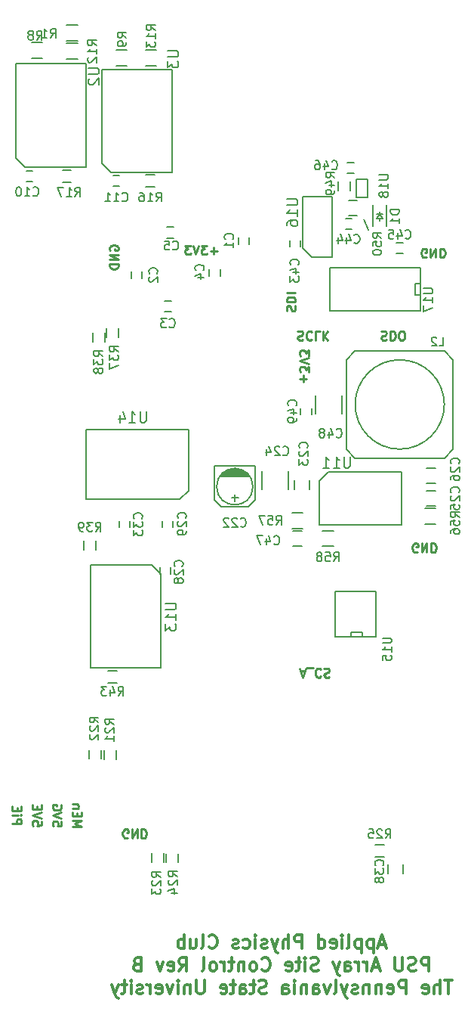
<source format=gbr>
G04 #@! TF.FileFunction,Legend,Bot*
%FSLAX46Y46*%
G04 Gerber Fmt 4.6, Leading zero omitted, Abs format (unit mm)*
G04 Created by KiCad (PCBNEW 4.0.3-stable) date 09/30/16 03:10:32*
%MOMM*%
%LPD*%
G01*
G04 APERTURE LIST*
%ADD10C,0.100000*%
%ADD11C,0.250000*%
%ADD12C,0.200000*%
%ADD13C,0.300000*%
%ADD14C,0.150000*%
G04 APERTURE END LIST*
D10*
D11*
X173871905Y-69821429D02*
X173110000Y-69821429D01*
X173490952Y-70202381D02*
X173490952Y-69440476D01*
X172729048Y-69202381D02*
X172110000Y-69202381D01*
X172443334Y-69583333D01*
X172300476Y-69583333D01*
X172205238Y-69630952D01*
X172157619Y-69678571D01*
X172110000Y-69773810D01*
X172110000Y-70011905D01*
X172157619Y-70107143D01*
X172205238Y-70154762D01*
X172300476Y-70202381D01*
X172586191Y-70202381D01*
X172681429Y-70154762D01*
X172729048Y-70107143D01*
X171824286Y-69202381D02*
X171490953Y-70202381D01*
X171157619Y-69202381D01*
X170919524Y-69202381D02*
X170300476Y-69202381D01*
X170633810Y-69583333D01*
X170490952Y-69583333D01*
X170395714Y-69630952D01*
X170348095Y-69678571D01*
X170300476Y-69773810D01*
X170300476Y-70011905D01*
X170348095Y-70107143D01*
X170395714Y-70154762D01*
X170490952Y-70202381D01*
X170776667Y-70202381D01*
X170871905Y-70154762D01*
X170919524Y-70107143D01*
X183538571Y-84511905D02*
X183538571Y-83750000D01*
X183157619Y-84130952D02*
X183919524Y-84130952D01*
X184157619Y-83369048D02*
X184157619Y-82750000D01*
X183776667Y-83083334D01*
X183776667Y-82940476D01*
X183729048Y-82845238D01*
X183681429Y-82797619D01*
X183586190Y-82750000D01*
X183348095Y-82750000D01*
X183252857Y-82797619D01*
X183205238Y-82845238D01*
X183157619Y-82940476D01*
X183157619Y-83226191D01*
X183205238Y-83321429D01*
X183252857Y-83369048D01*
X184157619Y-82464286D02*
X183157619Y-82130953D01*
X184157619Y-81797619D01*
X184157619Y-81559524D02*
X184157619Y-80940476D01*
X183776667Y-81273810D01*
X183776667Y-81130952D01*
X183729048Y-81035714D01*
X183681429Y-80988095D01*
X183586190Y-80940476D01*
X183348095Y-80940476D01*
X183252857Y-80988095D01*
X183205238Y-81035714D01*
X183157619Y-81130952D01*
X183157619Y-81416667D01*
X183205238Y-81511905D01*
X183252857Y-81559524D01*
X181705238Y-76523809D02*
X181657619Y-76380952D01*
X181657619Y-76142856D01*
X181705238Y-76047618D01*
X181752857Y-75999999D01*
X181848095Y-75952380D01*
X181943333Y-75952380D01*
X182038571Y-75999999D01*
X182086190Y-76047618D01*
X182133810Y-76142856D01*
X182181429Y-76333333D01*
X182229048Y-76428571D01*
X182276667Y-76476190D01*
X182371905Y-76523809D01*
X182467143Y-76523809D01*
X182562381Y-76476190D01*
X182610000Y-76428571D01*
X182657619Y-76333333D01*
X182657619Y-76095237D01*
X182610000Y-75952380D01*
X181657619Y-75523809D02*
X182657619Y-75523809D01*
X182657619Y-75285714D01*
X182610000Y-75142856D01*
X182514762Y-75047618D01*
X182419524Y-74999999D01*
X182229048Y-74952380D01*
X182086190Y-74952380D01*
X181895714Y-74999999D01*
X181800476Y-75047618D01*
X181705238Y-75142856D01*
X181657619Y-75285714D01*
X181657619Y-75523809D01*
X181657619Y-74523809D02*
X182657619Y-74523809D01*
X182919524Y-78845238D02*
X183062381Y-78797619D01*
X183300477Y-78797619D01*
X183395715Y-78845238D01*
X183443334Y-78892857D01*
X183490953Y-78988095D01*
X183490953Y-79083333D01*
X183443334Y-79178571D01*
X183395715Y-79226190D01*
X183300477Y-79273810D01*
X183110000Y-79321429D01*
X183014762Y-79369048D01*
X182967143Y-79416667D01*
X182919524Y-79511905D01*
X182919524Y-79607143D01*
X182967143Y-79702381D01*
X183014762Y-79750000D01*
X183110000Y-79797619D01*
X183348096Y-79797619D01*
X183490953Y-79750000D01*
X184490953Y-78892857D02*
X184443334Y-78845238D01*
X184300477Y-78797619D01*
X184205239Y-78797619D01*
X184062381Y-78845238D01*
X183967143Y-78940476D01*
X183919524Y-79035714D01*
X183871905Y-79226190D01*
X183871905Y-79369048D01*
X183919524Y-79559524D01*
X183967143Y-79654762D01*
X184062381Y-79750000D01*
X184205239Y-79797619D01*
X184300477Y-79797619D01*
X184443334Y-79750000D01*
X184490953Y-79702381D01*
X185395715Y-78797619D02*
X184919524Y-78797619D01*
X184919524Y-79797619D01*
X185729048Y-78797619D02*
X185729048Y-79797619D01*
X186300477Y-78797619D02*
X185871905Y-79369048D01*
X186300477Y-79797619D02*
X185729048Y-79226190D01*
X192300476Y-78845238D02*
X192443333Y-78797619D01*
X192681429Y-78797619D01*
X192776667Y-78845238D01*
X192824286Y-78892857D01*
X192871905Y-78988095D01*
X192871905Y-79083333D01*
X192824286Y-79178571D01*
X192776667Y-79226190D01*
X192681429Y-79273810D01*
X192490952Y-79321429D01*
X192395714Y-79369048D01*
X192348095Y-79416667D01*
X192300476Y-79511905D01*
X192300476Y-79607143D01*
X192348095Y-79702381D01*
X192395714Y-79750000D01*
X192490952Y-79797619D01*
X192729048Y-79797619D01*
X192871905Y-79750000D01*
X193300476Y-78797619D02*
X193300476Y-79797619D01*
X193538571Y-79797619D01*
X193681429Y-79750000D01*
X193776667Y-79654762D01*
X193824286Y-79559524D01*
X193871905Y-79369048D01*
X193871905Y-79226190D01*
X193824286Y-79035714D01*
X193776667Y-78940476D01*
X193681429Y-78845238D01*
X193538571Y-78797619D01*
X193300476Y-78797619D01*
X194490952Y-79797619D02*
X194681429Y-79797619D01*
X194776667Y-79750000D01*
X194871905Y-79654762D01*
X194919524Y-79464286D01*
X194919524Y-79130952D01*
X194871905Y-78940476D01*
X194776667Y-78845238D01*
X194681429Y-78797619D01*
X194490952Y-78797619D01*
X194395714Y-78845238D01*
X194300476Y-78940476D01*
X194252857Y-79130952D01*
X194252857Y-79464286D01*
X194300476Y-79654762D01*
X194395714Y-79750000D01*
X194490952Y-79797619D01*
X150907619Y-133952381D02*
X151907619Y-133952381D01*
X151907619Y-133571428D01*
X151860000Y-133476190D01*
X151812381Y-133428571D01*
X151717143Y-133380952D01*
X151574286Y-133380952D01*
X151479048Y-133428571D01*
X151431429Y-133476190D01*
X151383810Y-133571428D01*
X151383810Y-133952381D01*
X150907619Y-132952381D02*
X151574286Y-132952381D01*
X151907619Y-132952381D02*
X151860000Y-133000000D01*
X151812381Y-132952381D01*
X151860000Y-132904762D01*
X151907619Y-132952381D01*
X151812381Y-132952381D01*
X151431429Y-132476191D02*
X151431429Y-132142857D01*
X150907619Y-132000000D02*
X150907619Y-132476191D01*
X151907619Y-132476191D01*
X151907619Y-132000000D01*
X154157619Y-133642857D02*
X154157619Y-134119048D01*
X153681429Y-134166667D01*
X153729048Y-134119048D01*
X153776667Y-134023810D01*
X153776667Y-133785714D01*
X153729048Y-133690476D01*
X153681429Y-133642857D01*
X153586190Y-133595238D01*
X153348095Y-133595238D01*
X153252857Y-133642857D01*
X153205238Y-133690476D01*
X153157619Y-133785714D01*
X153157619Y-134023810D01*
X153205238Y-134119048D01*
X153252857Y-134166667D01*
X154157619Y-133309524D02*
X153157619Y-132976191D01*
X154157619Y-132642857D01*
X153681429Y-132309524D02*
X153681429Y-131976190D01*
X153157619Y-131833333D02*
X153157619Y-132309524D01*
X154157619Y-132309524D01*
X154157619Y-131833333D01*
X156407619Y-133690476D02*
X156407619Y-134166667D01*
X155931429Y-134214286D01*
X155979048Y-134166667D01*
X156026667Y-134071429D01*
X156026667Y-133833333D01*
X155979048Y-133738095D01*
X155931429Y-133690476D01*
X155836190Y-133642857D01*
X155598095Y-133642857D01*
X155502857Y-133690476D01*
X155455238Y-133738095D01*
X155407619Y-133833333D01*
X155407619Y-134071429D01*
X155455238Y-134166667D01*
X155502857Y-134214286D01*
X156407619Y-133357143D02*
X155407619Y-133023810D01*
X156407619Y-132690476D01*
X156360000Y-131833333D02*
X156407619Y-131928571D01*
X156407619Y-132071428D01*
X156360000Y-132214286D01*
X156264762Y-132309524D01*
X156169524Y-132357143D01*
X155979048Y-132404762D01*
X155836190Y-132404762D01*
X155645714Y-132357143D01*
X155550476Y-132309524D01*
X155455238Y-132214286D01*
X155407619Y-132071428D01*
X155407619Y-131976190D01*
X155455238Y-131833333D01*
X155502857Y-131785714D01*
X155836190Y-131785714D01*
X155836190Y-131976190D01*
X157657619Y-134238095D02*
X158657619Y-134238095D01*
X157943333Y-133904761D01*
X158657619Y-133571428D01*
X157657619Y-133571428D01*
X158181429Y-133095238D02*
X158181429Y-132761904D01*
X157657619Y-132619047D02*
X157657619Y-133095238D01*
X158657619Y-133095238D01*
X158657619Y-132619047D01*
X158324286Y-132190476D02*
X157657619Y-132190476D01*
X158229048Y-132190476D02*
X158276667Y-132142857D01*
X158324286Y-132047619D01*
X158324286Y-131904761D01*
X158276667Y-131809523D01*
X158181429Y-131761904D01*
X157657619Y-131761904D01*
X183264762Y-116833333D02*
X183740953Y-116833333D01*
X183169524Y-116547619D02*
X183502857Y-117547619D01*
X183836191Y-116547619D01*
X183931429Y-116452381D02*
X184693334Y-116452381D01*
X185502858Y-116642857D02*
X185455239Y-116595238D01*
X185312382Y-116547619D01*
X185217144Y-116547619D01*
X185074286Y-116595238D01*
X184979048Y-116690476D01*
X184931429Y-116785714D01*
X184883810Y-116976190D01*
X184883810Y-117119048D01*
X184931429Y-117309524D01*
X184979048Y-117404762D01*
X185074286Y-117500000D01*
X185217144Y-117547619D01*
X185312382Y-117547619D01*
X185455239Y-117500000D01*
X185502858Y-117452381D01*
X185883810Y-116595238D02*
X186026667Y-116547619D01*
X186264763Y-116547619D01*
X186360001Y-116595238D01*
X186407620Y-116642857D01*
X186455239Y-116738095D01*
X186455239Y-116833333D01*
X186407620Y-116928571D01*
X186360001Y-116976190D01*
X186264763Y-117023810D01*
X186074286Y-117071429D01*
X185979048Y-117119048D01*
X185931429Y-117166667D01*
X185883810Y-117261905D01*
X185883810Y-117357143D01*
X185931429Y-117452381D01*
X185979048Y-117500000D01*
X186074286Y-117547619D01*
X186312382Y-117547619D01*
X186455239Y-117500000D01*
X196348096Y-103500000D02*
X196252858Y-103547619D01*
X196110001Y-103547619D01*
X195967143Y-103500000D01*
X195871905Y-103404762D01*
X195824286Y-103309524D01*
X195776667Y-103119048D01*
X195776667Y-102976190D01*
X195824286Y-102785714D01*
X195871905Y-102690476D01*
X195967143Y-102595238D01*
X196110001Y-102547619D01*
X196205239Y-102547619D01*
X196348096Y-102595238D01*
X196395715Y-102642857D01*
X196395715Y-102976190D01*
X196205239Y-102976190D01*
X196824286Y-102547619D02*
X196824286Y-103547619D01*
X197395715Y-102547619D01*
X197395715Y-103547619D01*
X197871905Y-102547619D02*
X197871905Y-103547619D01*
X198110000Y-103547619D01*
X198252858Y-103500000D01*
X198348096Y-103404762D01*
X198395715Y-103309524D01*
X198443334Y-103119048D01*
X198443334Y-102976190D01*
X198395715Y-102785714D01*
X198348096Y-102690476D01*
X198252858Y-102595238D01*
X198110000Y-102547619D01*
X197871905Y-102547619D01*
X163848096Y-135500000D02*
X163752858Y-135547619D01*
X163610001Y-135547619D01*
X163467143Y-135500000D01*
X163371905Y-135404762D01*
X163324286Y-135309524D01*
X163276667Y-135119048D01*
X163276667Y-134976190D01*
X163324286Y-134785714D01*
X163371905Y-134690476D01*
X163467143Y-134595238D01*
X163610001Y-134547619D01*
X163705239Y-134547619D01*
X163848096Y-134595238D01*
X163895715Y-134642857D01*
X163895715Y-134976190D01*
X163705239Y-134976190D01*
X164324286Y-134547619D02*
X164324286Y-135547619D01*
X164895715Y-134547619D01*
X164895715Y-135547619D01*
X165371905Y-134547619D02*
X165371905Y-135547619D01*
X165610000Y-135547619D01*
X165752858Y-135500000D01*
X165848096Y-135404762D01*
X165895715Y-135309524D01*
X165943334Y-135119048D01*
X165943334Y-134976190D01*
X165895715Y-134785714D01*
X165848096Y-134690476D01*
X165752858Y-134595238D01*
X165610000Y-134547619D01*
X165371905Y-134547619D01*
X197348096Y-70500000D02*
X197252858Y-70547619D01*
X197110001Y-70547619D01*
X196967143Y-70500000D01*
X196871905Y-70404762D01*
X196824286Y-70309524D01*
X196776667Y-70119048D01*
X196776667Y-69976190D01*
X196824286Y-69785714D01*
X196871905Y-69690476D01*
X196967143Y-69595238D01*
X197110001Y-69547619D01*
X197205239Y-69547619D01*
X197348096Y-69595238D01*
X197395715Y-69642857D01*
X197395715Y-69976190D01*
X197205239Y-69976190D01*
X197824286Y-69547619D02*
X197824286Y-70547619D01*
X198395715Y-69547619D01*
X198395715Y-70547619D01*
X198871905Y-69547619D02*
X198871905Y-70547619D01*
X199110000Y-70547619D01*
X199252858Y-70500000D01*
X199348096Y-70404762D01*
X199395715Y-70309524D01*
X199443334Y-70119048D01*
X199443334Y-69976190D01*
X199395715Y-69785714D01*
X199348096Y-69690476D01*
X199252858Y-69595238D01*
X199110000Y-69547619D01*
X198871905Y-69547619D01*
X161860000Y-69738096D02*
X161812381Y-69642858D01*
X161812381Y-69500001D01*
X161860000Y-69357143D01*
X161955238Y-69261905D01*
X162050476Y-69214286D01*
X162240952Y-69166667D01*
X162383810Y-69166667D01*
X162574286Y-69214286D01*
X162669524Y-69261905D01*
X162764762Y-69357143D01*
X162812381Y-69500001D01*
X162812381Y-69595239D01*
X162764762Y-69738096D01*
X162717143Y-69785715D01*
X162383810Y-69785715D01*
X162383810Y-69595239D01*
X162812381Y-70214286D02*
X161812381Y-70214286D01*
X162812381Y-70785715D01*
X161812381Y-70785715D01*
X162812381Y-71261905D02*
X161812381Y-71261905D01*
X161812381Y-71500000D01*
X161860000Y-71642858D01*
X161955238Y-71738096D01*
X162050476Y-71785715D01*
X162240952Y-71833334D01*
X162383810Y-71833334D01*
X162574286Y-71785715D01*
X162669524Y-71738096D01*
X162764762Y-71642858D01*
X162812381Y-71500000D01*
X162812381Y-71261905D01*
D12*
X190860000Y-67500000D02*
X190360000Y-66250000D01*
D13*
X192752857Y-147450000D02*
X192038571Y-147450000D01*
X192895714Y-147878571D02*
X192395714Y-146378571D01*
X191895714Y-147878571D01*
X191395714Y-146878571D02*
X191395714Y-148378571D01*
X191395714Y-146950000D02*
X191252857Y-146878571D01*
X190967143Y-146878571D01*
X190824286Y-146950000D01*
X190752857Y-147021429D01*
X190681428Y-147164286D01*
X190681428Y-147592857D01*
X190752857Y-147735714D01*
X190824286Y-147807143D01*
X190967143Y-147878571D01*
X191252857Y-147878571D01*
X191395714Y-147807143D01*
X190038571Y-146878571D02*
X190038571Y-148378571D01*
X190038571Y-146950000D02*
X189895714Y-146878571D01*
X189610000Y-146878571D01*
X189467143Y-146950000D01*
X189395714Y-147021429D01*
X189324285Y-147164286D01*
X189324285Y-147592857D01*
X189395714Y-147735714D01*
X189467143Y-147807143D01*
X189610000Y-147878571D01*
X189895714Y-147878571D01*
X190038571Y-147807143D01*
X188467142Y-147878571D02*
X188610000Y-147807143D01*
X188681428Y-147664286D01*
X188681428Y-146378571D01*
X187895714Y-147878571D02*
X187895714Y-146878571D01*
X187895714Y-146378571D02*
X187967143Y-146450000D01*
X187895714Y-146521429D01*
X187824286Y-146450000D01*
X187895714Y-146378571D01*
X187895714Y-146521429D01*
X186610000Y-147807143D02*
X186752857Y-147878571D01*
X187038571Y-147878571D01*
X187181428Y-147807143D01*
X187252857Y-147664286D01*
X187252857Y-147092857D01*
X187181428Y-146950000D01*
X187038571Y-146878571D01*
X186752857Y-146878571D01*
X186610000Y-146950000D01*
X186538571Y-147092857D01*
X186538571Y-147235714D01*
X187252857Y-147378571D01*
X185252857Y-147878571D02*
X185252857Y-146378571D01*
X185252857Y-147807143D02*
X185395714Y-147878571D01*
X185681428Y-147878571D01*
X185824286Y-147807143D01*
X185895714Y-147735714D01*
X185967143Y-147592857D01*
X185967143Y-147164286D01*
X185895714Y-147021429D01*
X185824286Y-146950000D01*
X185681428Y-146878571D01*
X185395714Y-146878571D01*
X185252857Y-146950000D01*
X183395714Y-147878571D02*
X183395714Y-146378571D01*
X182824286Y-146378571D01*
X182681428Y-146450000D01*
X182610000Y-146521429D01*
X182538571Y-146664286D01*
X182538571Y-146878571D01*
X182610000Y-147021429D01*
X182681428Y-147092857D01*
X182824286Y-147164286D01*
X183395714Y-147164286D01*
X181895714Y-147878571D02*
X181895714Y-146378571D01*
X181252857Y-147878571D02*
X181252857Y-147092857D01*
X181324286Y-146950000D01*
X181467143Y-146878571D01*
X181681428Y-146878571D01*
X181824286Y-146950000D01*
X181895714Y-147021429D01*
X180681428Y-146878571D02*
X180324285Y-147878571D01*
X179967143Y-146878571D02*
X180324285Y-147878571D01*
X180467143Y-148235714D01*
X180538571Y-148307143D01*
X180681428Y-148378571D01*
X179467143Y-147807143D02*
X179324286Y-147878571D01*
X179038571Y-147878571D01*
X178895714Y-147807143D01*
X178824286Y-147664286D01*
X178824286Y-147592857D01*
X178895714Y-147450000D01*
X179038571Y-147378571D01*
X179252857Y-147378571D01*
X179395714Y-147307143D01*
X179467143Y-147164286D01*
X179467143Y-147092857D01*
X179395714Y-146950000D01*
X179252857Y-146878571D01*
X179038571Y-146878571D01*
X178895714Y-146950000D01*
X178181428Y-147878571D02*
X178181428Y-146878571D01*
X178181428Y-146378571D02*
X178252857Y-146450000D01*
X178181428Y-146521429D01*
X178110000Y-146450000D01*
X178181428Y-146378571D01*
X178181428Y-146521429D01*
X176824285Y-147807143D02*
X176967142Y-147878571D01*
X177252856Y-147878571D01*
X177395714Y-147807143D01*
X177467142Y-147735714D01*
X177538571Y-147592857D01*
X177538571Y-147164286D01*
X177467142Y-147021429D01*
X177395714Y-146950000D01*
X177252856Y-146878571D01*
X176967142Y-146878571D01*
X176824285Y-146950000D01*
X176252857Y-147807143D02*
X176110000Y-147878571D01*
X175824285Y-147878571D01*
X175681428Y-147807143D01*
X175610000Y-147664286D01*
X175610000Y-147592857D01*
X175681428Y-147450000D01*
X175824285Y-147378571D01*
X176038571Y-147378571D01*
X176181428Y-147307143D01*
X176252857Y-147164286D01*
X176252857Y-147092857D01*
X176181428Y-146950000D01*
X176038571Y-146878571D01*
X175824285Y-146878571D01*
X175681428Y-146950000D01*
X172967142Y-147735714D02*
X173038571Y-147807143D01*
X173252857Y-147878571D01*
X173395714Y-147878571D01*
X173609999Y-147807143D01*
X173752857Y-147664286D01*
X173824285Y-147521429D01*
X173895714Y-147235714D01*
X173895714Y-147021429D01*
X173824285Y-146735714D01*
X173752857Y-146592857D01*
X173609999Y-146450000D01*
X173395714Y-146378571D01*
X173252857Y-146378571D01*
X173038571Y-146450000D01*
X172967142Y-146521429D01*
X172109999Y-147878571D02*
X172252857Y-147807143D01*
X172324285Y-147664286D01*
X172324285Y-146378571D01*
X170895714Y-146878571D02*
X170895714Y-147878571D01*
X171538571Y-146878571D02*
X171538571Y-147664286D01*
X171467143Y-147807143D01*
X171324285Y-147878571D01*
X171110000Y-147878571D01*
X170967143Y-147807143D01*
X170895714Y-147735714D01*
X170181428Y-147878571D02*
X170181428Y-146378571D01*
X170181428Y-146950000D02*
X170038571Y-146878571D01*
X169752857Y-146878571D01*
X169610000Y-146950000D01*
X169538571Y-147021429D01*
X169467142Y-147164286D01*
X169467142Y-147592857D01*
X169538571Y-147735714D01*
X169610000Y-147807143D01*
X169752857Y-147878571D01*
X170038571Y-147878571D01*
X170181428Y-147807143D01*
X197609998Y-150428571D02*
X197609998Y-148928571D01*
X197038570Y-148928571D01*
X196895712Y-149000000D01*
X196824284Y-149071429D01*
X196752855Y-149214286D01*
X196752855Y-149428571D01*
X196824284Y-149571429D01*
X196895712Y-149642857D01*
X197038570Y-149714286D01*
X197609998Y-149714286D01*
X196181427Y-150357143D02*
X195967141Y-150428571D01*
X195609998Y-150428571D01*
X195467141Y-150357143D01*
X195395712Y-150285714D01*
X195324284Y-150142857D01*
X195324284Y-150000000D01*
X195395712Y-149857143D01*
X195467141Y-149785714D01*
X195609998Y-149714286D01*
X195895712Y-149642857D01*
X196038570Y-149571429D01*
X196109998Y-149500000D01*
X196181427Y-149357143D01*
X196181427Y-149214286D01*
X196109998Y-149071429D01*
X196038570Y-149000000D01*
X195895712Y-148928571D01*
X195538570Y-148928571D01*
X195324284Y-149000000D01*
X194681427Y-148928571D02*
X194681427Y-150142857D01*
X194609999Y-150285714D01*
X194538570Y-150357143D01*
X194395713Y-150428571D01*
X194109999Y-150428571D01*
X193967141Y-150357143D01*
X193895713Y-150285714D01*
X193824284Y-150142857D01*
X193824284Y-148928571D01*
X192038570Y-150000000D02*
X191324284Y-150000000D01*
X192181427Y-150428571D02*
X191681427Y-148928571D01*
X191181427Y-150428571D01*
X190681427Y-150428571D02*
X190681427Y-149428571D01*
X190681427Y-149714286D02*
X190609999Y-149571429D01*
X190538570Y-149500000D01*
X190395713Y-149428571D01*
X190252856Y-149428571D01*
X189752856Y-150428571D02*
X189752856Y-149428571D01*
X189752856Y-149714286D02*
X189681428Y-149571429D01*
X189609999Y-149500000D01*
X189467142Y-149428571D01*
X189324285Y-149428571D01*
X188181428Y-150428571D02*
X188181428Y-149642857D01*
X188252857Y-149500000D01*
X188395714Y-149428571D01*
X188681428Y-149428571D01*
X188824285Y-149500000D01*
X188181428Y-150357143D02*
X188324285Y-150428571D01*
X188681428Y-150428571D01*
X188824285Y-150357143D01*
X188895714Y-150214286D01*
X188895714Y-150071429D01*
X188824285Y-149928571D01*
X188681428Y-149857143D01*
X188324285Y-149857143D01*
X188181428Y-149785714D01*
X187609999Y-149428571D02*
X187252856Y-150428571D01*
X186895714Y-149428571D02*
X187252856Y-150428571D01*
X187395714Y-150785714D01*
X187467142Y-150857143D01*
X187609999Y-150928571D01*
X185252857Y-150357143D02*
X185038571Y-150428571D01*
X184681428Y-150428571D01*
X184538571Y-150357143D01*
X184467142Y-150285714D01*
X184395714Y-150142857D01*
X184395714Y-150000000D01*
X184467142Y-149857143D01*
X184538571Y-149785714D01*
X184681428Y-149714286D01*
X184967142Y-149642857D01*
X185110000Y-149571429D01*
X185181428Y-149500000D01*
X185252857Y-149357143D01*
X185252857Y-149214286D01*
X185181428Y-149071429D01*
X185110000Y-149000000D01*
X184967142Y-148928571D01*
X184610000Y-148928571D01*
X184395714Y-149000000D01*
X183752857Y-150428571D02*
X183752857Y-149428571D01*
X183752857Y-148928571D02*
X183824286Y-149000000D01*
X183752857Y-149071429D01*
X183681429Y-149000000D01*
X183752857Y-148928571D01*
X183752857Y-149071429D01*
X183252857Y-149428571D02*
X182681428Y-149428571D01*
X183038571Y-148928571D02*
X183038571Y-150214286D01*
X182967143Y-150357143D01*
X182824285Y-150428571D01*
X182681428Y-150428571D01*
X181610000Y-150357143D02*
X181752857Y-150428571D01*
X182038571Y-150428571D01*
X182181428Y-150357143D01*
X182252857Y-150214286D01*
X182252857Y-149642857D01*
X182181428Y-149500000D01*
X182038571Y-149428571D01*
X181752857Y-149428571D01*
X181610000Y-149500000D01*
X181538571Y-149642857D01*
X181538571Y-149785714D01*
X182252857Y-149928571D01*
X178895714Y-150285714D02*
X178967143Y-150357143D01*
X179181429Y-150428571D01*
X179324286Y-150428571D01*
X179538571Y-150357143D01*
X179681429Y-150214286D01*
X179752857Y-150071429D01*
X179824286Y-149785714D01*
X179824286Y-149571429D01*
X179752857Y-149285714D01*
X179681429Y-149142857D01*
X179538571Y-149000000D01*
X179324286Y-148928571D01*
X179181429Y-148928571D01*
X178967143Y-149000000D01*
X178895714Y-149071429D01*
X178038571Y-150428571D02*
X178181429Y-150357143D01*
X178252857Y-150285714D01*
X178324286Y-150142857D01*
X178324286Y-149714286D01*
X178252857Y-149571429D01*
X178181429Y-149500000D01*
X178038571Y-149428571D01*
X177824286Y-149428571D01*
X177681429Y-149500000D01*
X177610000Y-149571429D01*
X177538571Y-149714286D01*
X177538571Y-150142857D01*
X177610000Y-150285714D01*
X177681429Y-150357143D01*
X177824286Y-150428571D01*
X178038571Y-150428571D01*
X176895714Y-149428571D02*
X176895714Y-150428571D01*
X176895714Y-149571429D02*
X176824286Y-149500000D01*
X176681428Y-149428571D01*
X176467143Y-149428571D01*
X176324286Y-149500000D01*
X176252857Y-149642857D01*
X176252857Y-150428571D01*
X175752857Y-149428571D02*
X175181428Y-149428571D01*
X175538571Y-148928571D02*
X175538571Y-150214286D01*
X175467143Y-150357143D01*
X175324285Y-150428571D01*
X175181428Y-150428571D01*
X174681428Y-150428571D02*
X174681428Y-149428571D01*
X174681428Y-149714286D02*
X174610000Y-149571429D01*
X174538571Y-149500000D01*
X174395714Y-149428571D01*
X174252857Y-149428571D01*
X173538571Y-150428571D02*
X173681429Y-150357143D01*
X173752857Y-150285714D01*
X173824286Y-150142857D01*
X173824286Y-149714286D01*
X173752857Y-149571429D01*
X173681429Y-149500000D01*
X173538571Y-149428571D01*
X173324286Y-149428571D01*
X173181429Y-149500000D01*
X173110000Y-149571429D01*
X173038571Y-149714286D01*
X173038571Y-150142857D01*
X173110000Y-150285714D01*
X173181429Y-150357143D01*
X173324286Y-150428571D01*
X173538571Y-150428571D01*
X172181428Y-150428571D02*
X172324286Y-150357143D01*
X172395714Y-150214286D01*
X172395714Y-148928571D01*
X169610000Y-150428571D02*
X170110000Y-149714286D01*
X170467143Y-150428571D02*
X170467143Y-148928571D01*
X169895715Y-148928571D01*
X169752857Y-149000000D01*
X169681429Y-149071429D01*
X169610000Y-149214286D01*
X169610000Y-149428571D01*
X169681429Y-149571429D01*
X169752857Y-149642857D01*
X169895715Y-149714286D01*
X170467143Y-149714286D01*
X168395715Y-150357143D02*
X168538572Y-150428571D01*
X168824286Y-150428571D01*
X168967143Y-150357143D01*
X169038572Y-150214286D01*
X169038572Y-149642857D01*
X168967143Y-149500000D01*
X168824286Y-149428571D01*
X168538572Y-149428571D01*
X168395715Y-149500000D01*
X168324286Y-149642857D01*
X168324286Y-149785714D01*
X169038572Y-149928571D01*
X167824286Y-149428571D02*
X167467143Y-150428571D01*
X167110001Y-149428571D01*
X164895715Y-149642857D02*
X164681429Y-149714286D01*
X164610001Y-149785714D01*
X164538572Y-149928571D01*
X164538572Y-150142857D01*
X164610001Y-150285714D01*
X164681429Y-150357143D01*
X164824287Y-150428571D01*
X165395715Y-150428571D01*
X165395715Y-148928571D01*
X164895715Y-148928571D01*
X164752858Y-149000000D01*
X164681429Y-149071429D01*
X164610001Y-149214286D01*
X164610001Y-149357143D01*
X164681429Y-149500000D01*
X164752858Y-149571429D01*
X164895715Y-149642857D01*
X165395715Y-149642857D01*
X200217143Y-151478571D02*
X199360000Y-151478571D01*
X199788571Y-152978571D02*
X199788571Y-151478571D01*
X198860000Y-152978571D02*
X198860000Y-151478571D01*
X198217143Y-152978571D02*
X198217143Y-152192857D01*
X198288572Y-152050000D01*
X198431429Y-151978571D01*
X198645714Y-151978571D01*
X198788572Y-152050000D01*
X198860000Y-152121429D01*
X196931429Y-152907143D02*
X197074286Y-152978571D01*
X197360000Y-152978571D01*
X197502857Y-152907143D01*
X197574286Y-152764286D01*
X197574286Y-152192857D01*
X197502857Y-152050000D01*
X197360000Y-151978571D01*
X197074286Y-151978571D01*
X196931429Y-152050000D01*
X196860000Y-152192857D01*
X196860000Y-152335714D01*
X197574286Y-152478571D01*
X195074286Y-152978571D02*
X195074286Y-151478571D01*
X194502858Y-151478571D01*
X194360000Y-151550000D01*
X194288572Y-151621429D01*
X194217143Y-151764286D01*
X194217143Y-151978571D01*
X194288572Y-152121429D01*
X194360000Y-152192857D01*
X194502858Y-152264286D01*
X195074286Y-152264286D01*
X193002858Y-152907143D02*
X193145715Y-152978571D01*
X193431429Y-152978571D01*
X193574286Y-152907143D01*
X193645715Y-152764286D01*
X193645715Y-152192857D01*
X193574286Y-152050000D01*
X193431429Y-151978571D01*
X193145715Y-151978571D01*
X193002858Y-152050000D01*
X192931429Y-152192857D01*
X192931429Y-152335714D01*
X193645715Y-152478571D01*
X192288572Y-151978571D02*
X192288572Y-152978571D01*
X192288572Y-152121429D02*
X192217144Y-152050000D01*
X192074286Y-151978571D01*
X191860001Y-151978571D01*
X191717144Y-152050000D01*
X191645715Y-152192857D01*
X191645715Y-152978571D01*
X190931429Y-151978571D02*
X190931429Y-152978571D01*
X190931429Y-152121429D02*
X190860001Y-152050000D01*
X190717143Y-151978571D01*
X190502858Y-151978571D01*
X190360001Y-152050000D01*
X190288572Y-152192857D01*
X190288572Y-152978571D01*
X189645715Y-152907143D02*
X189502858Y-152978571D01*
X189217143Y-152978571D01*
X189074286Y-152907143D01*
X189002858Y-152764286D01*
X189002858Y-152692857D01*
X189074286Y-152550000D01*
X189217143Y-152478571D01*
X189431429Y-152478571D01*
X189574286Y-152407143D01*
X189645715Y-152264286D01*
X189645715Y-152192857D01*
X189574286Y-152050000D01*
X189431429Y-151978571D01*
X189217143Y-151978571D01*
X189074286Y-152050000D01*
X188502857Y-151978571D02*
X188145714Y-152978571D01*
X187788572Y-151978571D02*
X188145714Y-152978571D01*
X188288572Y-153335714D01*
X188360000Y-153407143D01*
X188502857Y-153478571D01*
X187002857Y-152978571D02*
X187145715Y-152907143D01*
X187217143Y-152764286D01*
X187217143Y-151478571D01*
X186574286Y-151978571D02*
X186217143Y-152978571D01*
X185860001Y-151978571D01*
X184645715Y-152978571D02*
X184645715Y-152192857D01*
X184717144Y-152050000D01*
X184860001Y-151978571D01*
X185145715Y-151978571D01*
X185288572Y-152050000D01*
X184645715Y-152907143D02*
X184788572Y-152978571D01*
X185145715Y-152978571D01*
X185288572Y-152907143D01*
X185360001Y-152764286D01*
X185360001Y-152621429D01*
X185288572Y-152478571D01*
X185145715Y-152407143D01*
X184788572Y-152407143D01*
X184645715Y-152335714D01*
X183931429Y-151978571D02*
X183931429Y-152978571D01*
X183931429Y-152121429D02*
X183860001Y-152050000D01*
X183717143Y-151978571D01*
X183502858Y-151978571D01*
X183360001Y-152050000D01*
X183288572Y-152192857D01*
X183288572Y-152978571D01*
X182574286Y-152978571D02*
X182574286Y-151978571D01*
X182574286Y-151478571D02*
X182645715Y-151550000D01*
X182574286Y-151621429D01*
X182502858Y-151550000D01*
X182574286Y-151478571D01*
X182574286Y-151621429D01*
X181217143Y-152978571D02*
X181217143Y-152192857D01*
X181288572Y-152050000D01*
X181431429Y-151978571D01*
X181717143Y-151978571D01*
X181860000Y-152050000D01*
X181217143Y-152907143D02*
X181360000Y-152978571D01*
X181717143Y-152978571D01*
X181860000Y-152907143D01*
X181931429Y-152764286D01*
X181931429Y-152621429D01*
X181860000Y-152478571D01*
X181717143Y-152407143D01*
X181360000Y-152407143D01*
X181217143Y-152335714D01*
X179431429Y-152907143D02*
X179217143Y-152978571D01*
X178860000Y-152978571D01*
X178717143Y-152907143D01*
X178645714Y-152835714D01*
X178574286Y-152692857D01*
X178574286Y-152550000D01*
X178645714Y-152407143D01*
X178717143Y-152335714D01*
X178860000Y-152264286D01*
X179145714Y-152192857D01*
X179288572Y-152121429D01*
X179360000Y-152050000D01*
X179431429Y-151907143D01*
X179431429Y-151764286D01*
X179360000Y-151621429D01*
X179288572Y-151550000D01*
X179145714Y-151478571D01*
X178788572Y-151478571D01*
X178574286Y-151550000D01*
X178145715Y-151978571D02*
X177574286Y-151978571D01*
X177931429Y-151478571D02*
X177931429Y-152764286D01*
X177860001Y-152907143D01*
X177717143Y-152978571D01*
X177574286Y-152978571D01*
X176431429Y-152978571D02*
X176431429Y-152192857D01*
X176502858Y-152050000D01*
X176645715Y-151978571D01*
X176931429Y-151978571D01*
X177074286Y-152050000D01*
X176431429Y-152907143D02*
X176574286Y-152978571D01*
X176931429Y-152978571D01*
X177074286Y-152907143D01*
X177145715Y-152764286D01*
X177145715Y-152621429D01*
X177074286Y-152478571D01*
X176931429Y-152407143D01*
X176574286Y-152407143D01*
X176431429Y-152335714D01*
X175931429Y-151978571D02*
X175360000Y-151978571D01*
X175717143Y-151478571D02*
X175717143Y-152764286D01*
X175645715Y-152907143D01*
X175502857Y-152978571D01*
X175360000Y-152978571D01*
X174288572Y-152907143D02*
X174431429Y-152978571D01*
X174717143Y-152978571D01*
X174860000Y-152907143D01*
X174931429Y-152764286D01*
X174931429Y-152192857D01*
X174860000Y-152050000D01*
X174717143Y-151978571D01*
X174431429Y-151978571D01*
X174288572Y-152050000D01*
X174217143Y-152192857D01*
X174217143Y-152335714D01*
X174931429Y-152478571D01*
X172431429Y-151478571D02*
X172431429Y-152692857D01*
X172360001Y-152835714D01*
X172288572Y-152907143D01*
X172145715Y-152978571D01*
X171860001Y-152978571D01*
X171717143Y-152907143D01*
X171645715Y-152835714D01*
X171574286Y-152692857D01*
X171574286Y-151478571D01*
X170860000Y-151978571D02*
X170860000Y-152978571D01*
X170860000Y-152121429D02*
X170788572Y-152050000D01*
X170645714Y-151978571D01*
X170431429Y-151978571D01*
X170288572Y-152050000D01*
X170217143Y-152192857D01*
X170217143Y-152978571D01*
X169502857Y-152978571D02*
X169502857Y-151978571D01*
X169502857Y-151478571D02*
X169574286Y-151550000D01*
X169502857Y-151621429D01*
X169431429Y-151550000D01*
X169502857Y-151478571D01*
X169502857Y-151621429D01*
X168931428Y-151978571D02*
X168574285Y-152978571D01*
X168217143Y-151978571D01*
X167074286Y-152907143D02*
X167217143Y-152978571D01*
X167502857Y-152978571D01*
X167645714Y-152907143D01*
X167717143Y-152764286D01*
X167717143Y-152192857D01*
X167645714Y-152050000D01*
X167502857Y-151978571D01*
X167217143Y-151978571D01*
X167074286Y-152050000D01*
X167002857Y-152192857D01*
X167002857Y-152335714D01*
X167717143Y-152478571D01*
X166360000Y-152978571D02*
X166360000Y-151978571D01*
X166360000Y-152264286D02*
X166288572Y-152121429D01*
X166217143Y-152050000D01*
X166074286Y-151978571D01*
X165931429Y-151978571D01*
X165502858Y-152907143D02*
X165360001Y-152978571D01*
X165074286Y-152978571D01*
X164931429Y-152907143D01*
X164860001Y-152764286D01*
X164860001Y-152692857D01*
X164931429Y-152550000D01*
X165074286Y-152478571D01*
X165288572Y-152478571D01*
X165431429Y-152407143D01*
X165502858Y-152264286D01*
X165502858Y-152192857D01*
X165431429Y-152050000D01*
X165288572Y-151978571D01*
X165074286Y-151978571D01*
X164931429Y-152050000D01*
X164217143Y-152978571D02*
X164217143Y-151978571D01*
X164217143Y-151478571D02*
X164288572Y-151550000D01*
X164217143Y-151621429D01*
X164145715Y-151550000D01*
X164217143Y-151478571D01*
X164217143Y-151621429D01*
X163717143Y-151978571D02*
X163145714Y-151978571D01*
X163502857Y-151478571D02*
X163502857Y-152764286D01*
X163431429Y-152907143D01*
X163288571Y-152978571D01*
X163145714Y-152978571D01*
X162788571Y-151978571D02*
X162431428Y-152978571D01*
X162074286Y-151978571D02*
X162431428Y-152978571D01*
X162574286Y-153335714D01*
X162645714Y-153407143D01*
X162788571Y-153478571D01*
D14*
X191646000Y-113040000D02*
X191646000Y-107960000D01*
X191646000Y-107960000D02*
X187074000Y-107960000D01*
X187074000Y-107960000D02*
X187074000Y-113040000D01*
X187074000Y-113040000D02*
X191646000Y-113040000D01*
X190122000Y-113040000D02*
X190122000Y-112532000D01*
X190122000Y-112532000D02*
X188852000Y-112532000D01*
X188852000Y-112532000D02*
X188852000Y-113040000D01*
X176260000Y-68340000D02*
X176260000Y-69040000D01*
X177460000Y-69040000D02*
X177460000Y-68340000D01*
X165460000Y-72850000D02*
X165460000Y-72150000D01*
X164260000Y-72150000D02*
X164260000Y-72850000D01*
X168010000Y-76644000D02*
X168710000Y-76644000D01*
X168710000Y-75444000D02*
X168010000Y-75444000D01*
X173010000Y-71900000D02*
X173010000Y-72600000D01*
X174210000Y-72600000D02*
X174210000Y-71900000D01*
X168260000Y-68350000D02*
X168960000Y-68350000D01*
X168960000Y-67150000D02*
X168260000Y-67150000D01*
X158208000Y-44554000D02*
X157008000Y-44554000D01*
X157008000Y-46304000D02*
X158208000Y-46304000D01*
X152505000Y-62031000D02*
X153205000Y-62031000D01*
X153205000Y-60831000D02*
X152505000Y-60831000D01*
X162234000Y-62531000D02*
X162934000Y-62531000D01*
X162934000Y-61331000D02*
X162234000Y-61331000D01*
X154266000Y-46459000D02*
X153066000Y-46459000D01*
X153066000Y-48209000D02*
X154266000Y-48209000D01*
X163746000Y-47340000D02*
X162546000Y-47340000D01*
X162546000Y-49090000D02*
X163746000Y-49090000D01*
X158208000Y-46586000D02*
X157008000Y-46586000D01*
X157008000Y-48336000D02*
X158208000Y-48336000D01*
X167048000Y-47340000D02*
X165848000Y-47340000D01*
X165848000Y-49090000D02*
X167048000Y-49090000D01*
X166894000Y-61256000D02*
X165894000Y-61256000D01*
X165894000Y-62606000D02*
X166894000Y-62606000D01*
X157522000Y-60756000D02*
X156522000Y-60756000D01*
X156522000Y-62106000D02*
X157522000Y-62106000D01*
X162537000Y-126707000D02*
X162537000Y-125707000D01*
X161187000Y-125707000D02*
X161187000Y-126707000D01*
X160886000Y-126683000D02*
X160886000Y-125683000D01*
X159536000Y-125683000D02*
X159536000Y-126683000D01*
X166509728Y-137246944D02*
X166509728Y-138246944D01*
X167859728Y-138246944D02*
X167859728Y-137246944D01*
X168160728Y-137270944D02*
X168160728Y-138270944D01*
X169510728Y-138270944D02*
X169510728Y-137270944D01*
X168633000Y-105941246D02*
X168633000Y-105241246D01*
X167433000Y-105241246D02*
X167433000Y-105941246D01*
X168887000Y-100773000D02*
X168887000Y-100073000D01*
X167687000Y-100073000D02*
X167687000Y-100773000D01*
X164061000Y-100773000D02*
X164061000Y-100073000D01*
X162861000Y-100073000D02*
X162861000Y-100773000D01*
X162785000Y-79500000D02*
X162785000Y-78500000D01*
X161435000Y-78500000D02*
X161435000Y-79500000D01*
X161285000Y-80000000D02*
X161285000Y-79000000D01*
X159935000Y-79000000D02*
X159935000Y-80000000D01*
X158935000Y-102250000D02*
X158935000Y-103250000D01*
X160285000Y-103250000D02*
X160285000Y-102250000D01*
X161610000Y-118175000D02*
X162610000Y-118175000D01*
X162610000Y-116825000D02*
X161610000Y-116825000D01*
X152326000Y-60405000D02*
X151326000Y-59405000D01*
X151326000Y-59405000D02*
X151326000Y-48865000D01*
X151326000Y-48865000D02*
X159186000Y-48865000D01*
X159186000Y-48865000D02*
X159186000Y-60405000D01*
X159186000Y-60405000D02*
X152326000Y-60405000D01*
X161928000Y-61035000D02*
X160928000Y-60035000D01*
X160928000Y-60035000D02*
X160928000Y-49495000D01*
X160928000Y-49495000D02*
X168788000Y-49495000D01*
X168788000Y-49495000D02*
X168788000Y-61035000D01*
X168788000Y-61035000D02*
X161928000Y-61035000D01*
X166540000Y-104980000D02*
X167540000Y-105980000D01*
X167540000Y-105980000D02*
X167540000Y-116520000D01*
X167540000Y-116520000D02*
X159680000Y-116520000D01*
X159680000Y-116520000D02*
X159680000Y-104980000D01*
X159680000Y-104980000D02*
X166540000Y-104980000D01*
X170705000Y-96634000D02*
X169705000Y-97634000D01*
X169705000Y-97634000D02*
X159165000Y-97634000D01*
X159165000Y-97634000D02*
X159165000Y-89774000D01*
X159165000Y-89774000D02*
X170705000Y-89774000D01*
X170705000Y-89774000D02*
X170705000Y-96634000D01*
X193010000Y-139500000D02*
X193010000Y-138500000D01*
X194710000Y-138500000D02*
X194710000Y-139500000D01*
X183210000Y-69350000D02*
X183210000Y-68650000D01*
X182010000Y-68650000D02*
X182010000Y-69350000D01*
X188260000Y-67350000D02*
X188960000Y-67350000D01*
X188960000Y-66150000D02*
X188260000Y-66150000D01*
X192110000Y-66195000D02*
X192110000Y-66445000D01*
X192110000Y-65695000D02*
X192110000Y-65445000D01*
X192110000Y-65695000D02*
X191760000Y-66195000D01*
X191760000Y-66195000D02*
X192460000Y-66195000D01*
X192460000Y-66195000D02*
X192110000Y-65695000D01*
X191760000Y-65695000D02*
X192460000Y-65695000D01*
X192910000Y-64645000D02*
X192910000Y-67045000D01*
X191310000Y-64645000D02*
X191310000Y-67045000D01*
X191610000Y-137675000D02*
X192610000Y-137675000D01*
X192610000Y-136325000D02*
X191610000Y-136325000D01*
X188785000Y-63049252D02*
X188785000Y-62049252D01*
X187435000Y-62049252D02*
X187435000Y-63049252D01*
X188610000Y-64150000D02*
X189610000Y-64150000D01*
X189610000Y-65850000D02*
X188610000Y-65850000D01*
X184460000Y-70499252D02*
X183460000Y-69499252D01*
X183460000Y-69499252D02*
X183460000Y-63699252D01*
X183460000Y-63699252D02*
X186760000Y-63699252D01*
X186760000Y-63699252D02*
X186760000Y-70499252D01*
X186760000Y-70499252D02*
X184460000Y-70499252D01*
X194710000Y-68900000D02*
X194010000Y-68900000D01*
X194010000Y-70100000D02*
X194710000Y-70100000D01*
X189210000Y-59900000D02*
X188510000Y-59900000D01*
X188510000Y-61100000D02*
X189210000Y-61100000D01*
X186530000Y-71662000D02*
X186530000Y-76488000D01*
X186530000Y-76488000D02*
X196690000Y-76488000D01*
X196690000Y-76488000D02*
X196690000Y-71662000D01*
X196690000Y-71662000D02*
X186530000Y-71662000D01*
X196690000Y-73440000D02*
X196055000Y-73440000D01*
X196055000Y-73440000D02*
X196055000Y-74710000D01*
X196055000Y-74710000D02*
X196690000Y-74710000D01*
X189475000Y-63815252D02*
X189475000Y-61783252D01*
X189475000Y-61783252D02*
X190745000Y-61783252D01*
X190745000Y-61783252D02*
X190745000Y-63815252D01*
X190745000Y-63815252D02*
X189475000Y-63815252D01*
X175860000Y-97850140D02*
X175860000Y-97088140D01*
X175479000Y-97469140D02*
X176241000Y-97469140D01*
X178146000Y-97723140D02*
X178146000Y-93913140D01*
X174336000Y-98485140D02*
X177384000Y-98485140D01*
X178146000Y-97723140D02*
X177384000Y-98485140D01*
X173574000Y-97723140D02*
X173574000Y-93913140D01*
X173574000Y-97723140D02*
X174336000Y-98485140D01*
X175987000Y-94167140D02*
X175733000Y-94167140D01*
X175225000Y-94294140D02*
X176495000Y-94294140D01*
X176749000Y-94421140D02*
X174971000Y-94421140D01*
X177003000Y-94548140D02*
X174717000Y-94548140D01*
X174590000Y-94675140D02*
X177130000Y-94675140D01*
X177257000Y-94802140D02*
X174463000Y-94802140D01*
X174336000Y-94929140D02*
X177384000Y-94929140D01*
X174209000Y-95056140D02*
X177511000Y-95056140D01*
X173574000Y-93913140D02*
X178146000Y-93913140D01*
X177892000Y-96199140D02*
G75*
G03X177892000Y-96199140I-2032000J0D01*
G01*
X182510000Y-96500000D02*
X182510000Y-95500000D01*
X184210000Y-95500000D02*
X184210000Y-96500000D01*
X178885000Y-96500000D02*
X178885000Y-94500000D01*
X181835000Y-94500000D02*
X181835000Y-96500000D01*
X197360000Y-96650000D02*
X198360000Y-96650000D01*
X198360000Y-98350000D02*
X197360000Y-98350000D01*
X197360000Y-94150000D02*
X198360000Y-94150000D01*
X198360000Y-95850000D02*
X197360000Y-95850000D01*
X182360000Y-101150000D02*
X183360000Y-101150000D01*
X183360000Y-102850000D02*
X182360000Y-102850000D01*
X184885000Y-88000000D02*
X184885000Y-86000000D01*
X187835000Y-86000000D02*
X187835000Y-88000000D01*
X183260000Y-87400000D02*
X183260000Y-88100000D01*
X184460000Y-88100000D02*
X184460000Y-87400000D01*
X199361260Y-86998740D02*
G75*
G03X199361260Y-86998740I-5001260J0D01*
G01*
X194360000Y-92998220D02*
X199361260Y-92998220D01*
X199361260Y-92998220D02*
X200359480Y-92000000D01*
X200359480Y-92000000D02*
X200359480Y-81997480D01*
X200359480Y-81997480D02*
X199361260Y-80999260D01*
X199361260Y-80999260D02*
X189358740Y-80999260D01*
X189358740Y-80999260D02*
X188360520Y-81997480D01*
X188360520Y-81997480D02*
X188360520Y-92000000D01*
X188360520Y-92000000D02*
X189358740Y-92998220D01*
X189358740Y-92998220D02*
X194360000Y-92998220D01*
X197210000Y-100375000D02*
X198410000Y-100375000D01*
X198410000Y-98625000D02*
X197210000Y-98625000D01*
X183510000Y-99125000D02*
X182310000Y-99125000D01*
X182310000Y-100875000D02*
X183510000Y-100875000D01*
X186910000Y-101125000D02*
X185710000Y-101125000D01*
X185710000Y-102875000D02*
X186910000Y-102875000D01*
X185360000Y-95550000D02*
X186360000Y-94550000D01*
X186360000Y-94550000D02*
X194560000Y-94550000D01*
X194560000Y-94550000D02*
X194560000Y-100500000D01*
X194560000Y-100500000D02*
X185360000Y-100500000D01*
X185360000Y-100500000D02*
X185360000Y-95550000D01*
X192430381Y-113143905D02*
X193239905Y-113143905D01*
X193335143Y-113191524D01*
X193382762Y-113239143D01*
X193430381Y-113334381D01*
X193430381Y-113524858D01*
X193382762Y-113620096D01*
X193335143Y-113667715D01*
X193239905Y-113715334D01*
X192430381Y-113715334D01*
X193430381Y-114715334D02*
X193430381Y-114143905D01*
X193430381Y-114429619D02*
X192430381Y-114429619D01*
X192573238Y-114334381D01*
X192668476Y-114239143D01*
X192716095Y-114143905D01*
X192430381Y-115620096D02*
X192430381Y-115143905D01*
X192906571Y-115096286D01*
X192858952Y-115143905D01*
X192811333Y-115239143D01*
X192811333Y-115477239D01*
X192858952Y-115572477D01*
X192906571Y-115620096D01*
X193001810Y-115667715D01*
X193239905Y-115667715D01*
X193335143Y-115620096D01*
X193382762Y-115572477D01*
X193430381Y-115477239D01*
X193430381Y-115239143D01*
X193382762Y-115143905D01*
X193335143Y-115096286D01*
X175612143Y-68483334D02*
X175659762Y-68435715D01*
X175707381Y-68292858D01*
X175707381Y-68197620D01*
X175659762Y-68054762D01*
X175564524Y-67959524D01*
X175469286Y-67911905D01*
X175278810Y-67864286D01*
X175135952Y-67864286D01*
X174945476Y-67911905D01*
X174850238Y-67959524D01*
X174755000Y-68054762D01*
X174707381Y-68197620D01*
X174707381Y-68292858D01*
X174755000Y-68435715D01*
X174802619Y-68483334D01*
X175707381Y-69435715D02*
X175707381Y-68864286D01*
X175707381Y-69150000D02*
X174707381Y-69150000D01*
X174850238Y-69054762D01*
X174945476Y-68959524D01*
X174993095Y-68864286D01*
X167117143Y-72333334D02*
X167164762Y-72285715D01*
X167212381Y-72142858D01*
X167212381Y-72047620D01*
X167164762Y-71904762D01*
X167069524Y-71809524D01*
X166974286Y-71761905D01*
X166783810Y-71714286D01*
X166640952Y-71714286D01*
X166450476Y-71761905D01*
X166355238Y-71809524D01*
X166260000Y-71904762D01*
X166212381Y-72047620D01*
X166212381Y-72142858D01*
X166260000Y-72285715D01*
X166307619Y-72333334D01*
X166307619Y-72714286D02*
X166260000Y-72761905D01*
X166212381Y-72857143D01*
X166212381Y-73095239D01*
X166260000Y-73190477D01*
X166307619Y-73238096D01*
X166402857Y-73285715D01*
X166498095Y-73285715D01*
X166640952Y-73238096D01*
X167212381Y-72666667D01*
X167212381Y-73285715D01*
X168526666Y-78301143D02*
X168574285Y-78348762D01*
X168717142Y-78396381D01*
X168812380Y-78396381D01*
X168955238Y-78348762D01*
X169050476Y-78253524D01*
X169098095Y-78158286D01*
X169145714Y-77967810D01*
X169145714Y-77824952D01*
X169098095Y-77634476D01*
X169050476Y-77539238D01*
X168955238Y-77444000D01*
X168812380Y-77396381D01*
X168717142Y-77396381D01*
X168574285Y-77444000D01*
X168526666Y-77491619D01*
X168193333Y-77396381D02*
X167574285Y-77396381D01*
X167907619Y-77777333D01*
X167764761Y-77777333D01*
X167669523Y-77824952D01*
X167621904Y-77872571D01*
X167574285Y-77967810D01*
X167574285Y-78205905D01*
X167621904Y-78301143D01*
X167669523Y-78348762D01*
X167764761Y-78396381D01*
X168050476Y-78396381D01*
X168145714Y-78348762D01*
X168193333Y-78301143D01*
X172307143Y-71975334D02*
X172354762Y-71927715D01*
X172402381Y-71784858D01*
X172402381Y-71689620D01*
X172354762Y-71546762D01*
X172259524Y-71451524D01*
X172164286Y-71403905D01*
X171973810Y-71356286D01*
X171830952Y-71356286D01*
X171640476Y-71403905D01*
X171545238Y-71451524D01*
X171450000Y-71546762D01*
X171402381Y-71689620D01*
X171402381Y-71784858D01*
X171450000Y-71927715D01*
X171497619Y-71975334D01*
X171735714Y-72832477D02*
X172402381Y-72832477D01*
X171354762Y-72594381D02*
X172069048Y-72356286D01*
X172069048Y-72975334D01*
X168896666Y-69603143D02*
X168944285Y-69650762D01*
X169087142Y-69698381D01*
X169182380Y-69698381D01*
X169325238Y-69650762D01*
X169420476Y-69555524D01*
X169468095Y-69460286D01*
X169515714Y-69269810D01*
X169515714Y-69126952D01*
X169468095Y-68936476D01*
X169420476Y-68841238D01*
X169325238Y-68746000D01*
X169182380Y-68698381D01*
X169087142Y-68698381D01*
X168944285Y-68746000D01*
X168896666Y-68793619D01*
X167991904Y-68698381D02*
X168468095Y-68698381D01*
X168515714Y-69174571D01*
X168468095Y-69126952D01*
X168372857Y-69079333D01*
X168134761Y-69079333D01*
X168039523Y-69126952D01*
X167991904Y-69174571D01*
X167944285Y-69269810D01*
X167944285Y-69507905D01*
X167991904Y-69603143D01*
X168039523Y-69650762D01*
X168134761Y-69698381D01*
X168372857Y-69698381D01*
X168468095Y-69650762D01*
X168515714Y-69603143D01*
X155176666Y-45932381D02*
X155510000Y-45456190D01*
X155748095Y-45932381D02*
X155748095Y-44932381D01*
X155367142Y-44932381D01*
X155271904Y-44980000D01*
X155224285Y-45027619D01*
X155176666Y-45122857D01*
X155176666Y-45265714D01*
X155224285Y-45360952D01*
X155271904Y-45408571D01*
X155367142Y-45456190D01*
X155748095Y-45456190D01*
X154224285Y-45932381D02*
X154795714Y-45932381D01*
X154510000Y-45932381D02*
X154510000Y-44932381D01*
X154605238Y-45075238D01*
X154700476Y-45170476D01*
X154795714Y-45218095D01*
X153232857Y-63567143D02*
X153280476Y-63614762D01*
X153423333Y-63662381D01*
X153518571Y-63662381D01*
X153661429Y-63614762D01*
X153756667Y-63519524D01*
X153804286Y-63424286D01*
X153851905Y-63233810D01*
X153851905Y-63090952D01*
X153804286Y-62900476D01*
X153756667Y-62805238D01*
X153661429Y-62710000D01*
X153518571Y-62662381D01*
X153423333Y-62662381D01*
X153280476Y-62710000D01*
X153232857Y-62757619D01*
X152280476Y-63662381D02*
X152851905Y-63662381D01*
X152566191Y-63662381D02*
X152566191Y-62662381D01*
X152661429Y-62805238D01*
X152756667Y-62900476D01*
X152851905Y-62948095D01*
X151661429Y-62662381D02*
X151566190Y-62662381D01*
X151470952Y-62710000D01*
X151423333Y-62757619D01*
X151375714Y-62852857D01*
X151328095Y-63043333D01*
X151328095Y-63281429D01*
X151375714Y-63471905D01*
X151423333Y-63567143D01*
X151470952Y-63614762D01*
X151566190Y-63662381D01*
X151661429Y-63662381D01*
X151756667Y-63614762D01*
X151804286Y-63567143D01*
X151851905Y-63471905D01*
X151899524Y-63281429D01*
X151899524Y-63043333D01*
X151851905Y-62852857D01*
X151804286Y-62757619D01*
X151756667Y-62710000D01*
X151661429Y-62662381D01*
X163226857Y-64188143D02*
X163274476Y-64235762D01*
X163417333Y-64283381D01*
X163512571Y-64283381D01*
X163655429Y-64235762D01*
X163750667Y-64140524D01*
X163798286Y-64045286D01*
X163845905Y-63854810D01*
X163845905Y-63711952D01*
X163798286Y-63521476D01*
X163750667Y-63426238D01*
X163655429Y-63331000D01*
X163512571Y-63283381D01*
X163417333Y-63283381D01*
X163274476Y-63331000D01*
X163226857Y-63378619D01*
X162274476Y-64283381D02*
X162845905Y-64283381D01*
X162560191Y-64283381D02*
X162560191Y-63283381D01*
X162655429Y-63426238D01*
X162750667Y-63521476D01*
X162845905Y-63569095D01*
X161322095Y-64283381D02*
X161893524Y-64283381D01*
X161607810Y-64283381D02*
X161607810Y-63283381D01*
X161703048Y-63426238D01*
X161798286Y-63521476D01*
X161893524Y-63569095D01*
X153636666Y-46182381D02*
X153970000Y-45706190D01*
X154208095Y-46182381D02*
X154208095Y-45182381D01*
X153827142Y-45182381D01*
X153731904Y-45230000D01*
X153684285Y-45277619D01*
X153636666Y-45372857D01*
X153636666Y-45515714D01*
X153684285Y-45610952D01*
X153731904Y-45658571D01*
X153827142Y-45706190D01*
X154208095Y-45706190D01*
X153065238Y-45610952D02*
X153160476Y-45563333D01*
X153208095Y-45515714D01*
X153255714Y-45420476D01*
X153255714Y-45372857D01*
X153208095Y-45277619D01*
X153160476Y-45230000D01*
X153065238Y-45182381D01*
X152874761Y-45182381D01*
X152779523Y-45230000D01*
X152731904Y-45277619D01*
X152684285Y-45372857D01*
X152684285Y-45420476D01*
X152731904Y-45515714D01*
X152779523Y-45563333D01*
X152874761Y-45610952D01*
X153065238Y-45610952D01*
X153160476Y-45658571D01*
X153208095Y-45706190D01*
X153255714Y-45801429D01*
X153255714Y-45991905D01*
X153208095Y-46087143D01*
X153160476Y-46134762D01*
X153065238Y-46182381D01*
X152874761Y-46182381D01*
X152779523Y-46134762D01*
X152731904Y-46087143D01*
X152684285Y-45991905D01*
X152684285Y-45801429D01*
X152731904Y-45706190D01*
X152779523Y-45658571D01*
X152874761Y-45610952D01*
X163702381Y-45953334D02*
X163226190Y-45620000D01*
X163702381Y-45381905D02*
X162702381Y-45381905D01*
X162702381Y-45762858D01*
X162750000Y-45858096D01*
X162797619Y-45905715D01*
X162892857Y-45953334D01*
X163035714Y-45953334D01*
X163130952Y-45905715D01*
X163178571Y-45858096D01*
X163226190Y-45762858D01*
X163226190Y-45381905D01*
X163702381Y-46429524D02*
X163702381Y-46620000D01*
X163654762Y-46715239D01*
X163607143Y-46762858D01*
X163464286Y-46858096D01*
X163273810Y-46905715D01*
X162892857Y-46905715D01*
X162797619Y-46858096D01*
X162750000Y-46810477D01*
X162702381Y-46715239D01*
X162702381Y-46524762D01*
X162750000Y-46429524D01*
X162797619Y-46381905D01*
X162892857Y-46334286D01*
X163130952Y-46334286D01*
X163226190Y-46381905D01*
X163273810Y-46429524D01*
X163321429Y-46524762D01*
X163321429Y-46715239D01*
X163273810Y-46810477D01*
X163226190Y-46858096D01*
X163130952Y-46905715D01*
X160342381Y-46807143D02*
X159866190Y-46473809D01*
X160342381Y-46235714D02*
X159342381Y-46235714D01*
X159342381Y-46616667D01*
X159390000Y-46711905D01*
X159437619Y-46759524D01*
X159532857Y-46807143D01*
X159675714Y-46807143D01*
X159770952Y-46759524D01*
X159818571Y-46711905D01*
X159866190Y-46616667D01*
X159866190Y-46235714D01*
X160342381Y-47759524D02*
X160342381Y-47188095D01*
X160342381Y-47473809D02*
X159342381Y-47473809D01*
X159485238Y-47378571D01*
X159580476Y-47283333D01*
X159628095Y-47188095D01*
X159437619Y-48140476D02*
X159390000Y-48188095D01*
X159342381Y-48283333D01*
X159342381Y-48521429D01*
X159390000Y-48616667D01*
X159437619Y-48664286D01*
X159532857Y-48711905D01*
X159628095Y-48711905D01*
X159770952Y-48664286D01*
X160342381Y-48092857D01*
X160342381Y-48711905D01*
X166942381Y-45087143D02*
X166466190Y-44753809D01*
X166942381Y-44515714D02*
X165942381Y-44515714D01*
X165942381Y-44896667D01*
X165990000Y-44991905D01*
X166037619Y-45039524D01*
X166132857Y-45087143D01*
X166275714Y-45087143D01*
X166370952Y-45039524D01*
X166418571Y-44991905D01*
X166466190Y-44896667D01*
X166466190Y-44515714D01*
X166942381Y-46039524D02*
X166942381Y-45468095D01*
X166942381Y-45753809D02*
X165942381Y-45753809D01*
X166085238Y-45658571D01*
X166180476Y-45563333D01*
X166228095Y-45468095D01*
X165942381Y-46372857D02*
X165942381Y-46991905D01*
X166323333Y-46658571D01*
X166323333Y-46801429D01*
X166370952Y-46896667D01*
X166418571Y-46944286D01*
X166513810Y-46991905D01*
X166751905Y-46991905D01*
X166847143Y-46944286D01*
X166894762Y-46896667D01*
X166942381Y-46801429D01*
X166942381Y-46515714D01*
X166894762Y-46420476D01*
X166847143Y-46372857D01*
X167036857Y-64283381D02*
X167370191Y-63807190D01*
X167608286Y-64283381D02*
X167608286Y-63283381D01*
X167227333Y-63283381D01*
X167132095Y-63331000D01*
X167084476Y-63378619D01*
X167036857Y-63473857D01*
X167036857Y-63616714D01*
X167084476Y-63711952D01*
X167132095Y-63759571D01*
X167227333Y-63807190D01*
X167608286Y-63807190D01*
X166084476Y-64283381D02*
X166655905Y-64283381D01*
X166370191Y-64283381D02*
X166370191Y-63283381D01*
X166465429Y-63426238D01*
X166560667Y-63521476D01*
X166655905Y-63569095D01*
X165227333Y-63283381D02*
X165417810Y-63283381D01*
X165513048Y-63331000D01*
X165560667Y-63378619D01*
X165655905Y-63521476D01*
X165703524Y-63711952D01*
X165703524Y-64092905D01*
X165655905Y-64188143D01*
X165608286Y-64235762D01*
X165513048Y-64283381D01*
X165322571Y-64283381D01*
X165227333Y-64235762D01*
X165179714Y-64188143D01*
X165132095Y-64092905D01*
X165132095Y-63854810D01*
X165179714Y-63759571D01*
X165227333Y-63711952D01*
X165322571Y-63664333D01*
X165513048Y-63664333D01*
X165608286Y-63711952D01*
X165655905Y-63759571D01*
X165703524Y-63854810D01*
X157942857Y-63692381D02*
X158276191Y-63216190D01*
X158514286Y-63692381D02*
X158514286Y-62692381D01*
X158133333Y-62692381D01*
X158038095Y-62740000D01*
X157990476Y-62787619D01*
X157942857Y-62882857D01*
X157942857Y-63025714D01*
X157990476Y-63120952D01*
X158038095Y-63168571D01*
X158133333Y-63216190D01*
X158514286Y-63216190D01*
X156990476Y-63692381D02*
X157561905Y-63692381D01*
X157276191Y-63692381D02*
X157276191Y-62692381D01*
X157371429Y-62835238D01*
X157466667Y-62930476D01*
X157561905Y-62978095D01*
X156657143Y-62692381D02*
X155990476Y-62692381D01*
X156419048Y-63692381D01*
X162312381Y-122797143D02*
X161836190Y-122463809D01*
X162312381Y-122225714D02*
X161312381Y-122225714D01*
X161312381Y-122606667D01*
X161360000Y-122701905D01*
X161407619Y-122749524D01*
X161502857Y-122797143D01*
X161645714Y-122797143D01*
X161740952Y-122749524D01*
X161788571Y-122701905D01*
X161836190Y-122606667D01*
X161836190Y-122225714D01*
X161407619Y-123178095D02*
X161360000Y-123225714D01*
X161312381Y-123320952D01*
X161312381Y-123559048D01*
X161360000Y-123654286D01*
X161407619Y-123701905D01*
X161502857Y-123749524D01*
X161598095Y-123749524D01*
X161740952Y-123701905D01*
X162312381Y-123130476D01*
X162312381Y-123749524D01*
X162312381Y-124701905D02*
X162312381Y-124130476D01*
X162312381Y-124416190D02*
X161312381Y-124416190D01*
X161455238Y-124320952D01*
X161550476Y-124225714D01*
X161598095Y-124130476D01*
X160562381Y-122607143D02*
X160086190Y-122273809D01*
X160562381Y-122035714D02*
X159562381Y-122035714D01*
X159562381Y-122416667D01*
X159610000Y-122511905D01*
X159657619Y-122559524D01*
X159752857Y-122607143D01*
X159895714Y-122607143D01*
X159990952Y-122559524D01*
X160038571Y-122511905D01*
X160086190Y-122416667D01*
X160086190Y-122035714D01*
X159657619Y-122988095D02*
X159610000Y-123035714D01*
X159562381Y-123130952D01*
X159562381Y-123369048D01*
X159610000Y-123464286D01*
X159657619Y-123511905D01*
X159752857Y-123559524D01*
X159848095Y-123559524D01*
X159990952Y-123511905D01*
X160562381Y-122940476D01*
X160562381Y-123559524D01*
X159657619Y-123940476D02*
X159610000Y-123988095D01*
X159562381Y-124083333D01*
X159562381Y-124321429D01*
X159610000Y-124416667D01*
X159657619Y-124464286D01*
X159752857Y-124511905D01*
X159848095Y-124511905D01*
X159990952Y-124464286D01*
X160562381Y-123892857D01*
X160562381Y-124511905D01*
X167558109Y-139932087D02*
X167081918Y-139598753D01*
X167558109Y-139360658D02*
X166558109Y-139360658D01*
X166558109Y-139741611D01*
X166605728Y-139836849D01*
X166653347Y-139884468D01*
X166748585Y-139932087D01*
X166891442Y-139932087D01*
X166986680Y-139884468D01*
X167034299Y-139836849D01*
X167081918Y-139741611D01*
X167081918Y-139360658D01*
X166653347Y-140313039D02*
X166605728Y-140360658D01*
X166558109Y-140455896D01*
X166558109Y-140693992D01*
X166605728Y-140789230D01*
X166653347Y-140836849D01*
X166748585Y-140884468D01*
X166843823Y-140884468D01*
X166986680Y-140836849D01*
X167558109Y-140265420D01*
X167558109Y-140884468D01*
X166558109Y-141217801D02*
X166558109Y-141836849D01*
X166939061Y-141503515D01*
X166939061Y-141646373D01*
X166986680Y-141741611D01*
X167034299Y-141789230D01*
X167129538Y-141836849D01*
X167367633Y-141836849D01*
X167462871Y-141789230D01*
X167510490Y-141741611D01*
X167558109Y-141646373D01*
X167558109Y-141360658D01*
X167510490Y-141265420D01*
X167462871Y-141217801D01*
X169408109Y-139862087D02*
X168931918Y-139528753D01*
X169408109Y-139290658D02*
X168408109Y-139290658D01*
X168408109Y-139671611D01*
X168455728Y-139766849D01*
X168503347Y-139814468D01*
X168598585Y-139862087D01*
X168741442Y-139862087D01*
X168836680Y-139814468D01*
X168884299Y-139766849D01*
X168931918Y-139671611D01*
X168931918Y-139290658D01*
X168503347Y-140243039D02*
X168455728Y-140290658D01*
X168408109Y-140385896D01*
X168408109Y-140623992D01*
X168455728Y-140719230D01*
X168503347Y-140766849D01*
X168598585Y-140814468D01*
X168693823Y-140814468D01*
X168836680Y-140766849D01*
X169408109Y-140195420D01*
X169408109Y-140814468D01*
X168741442Y-141671611D02*
X169408109Y-141671611D01*
X168360490Y-141433515D02*
X169074776Y-141195420D01*
X169074776Y-141814468D01*
X169967143Y-105107143D02*
X170014762Y-105059524D01*
X170062381Y-104916667D01*
X170062381Y-104821429D01*
X170014762Y-104678571D01*
X169919524Y-104583333D01*
X169824286Y-104535714D01*
X169633810Y-104488095D01*
X169490952Y-104488095D01*
X169300476Y-104535714D01*
X169205238Y-104583333D01*
X169110000Y-104678571D01*
X169062381Y-104821429D01*
X169062381Y-104916667D01*
X169110000Y-105059524D01*
X169157619Y-105107143D01*
X169157619Y-105488095D02*
X169110000Y-105535714D01*
X169062381Y-105630952D01*
X169062381Y-105869048D01*
X169110000Y-105964286D01*
X169157619Y-106011905D01*
X169252857Y-106059524D01*
X169348095Y-106059524D01*
X169490952Y-106011905D01*
X170062381Y-105440476D01*
X170062381Y-106059524D01*
X169490952Y-106630952D02*
X169443333Y-106535714D01*
X169395714Y-106488095D01*
X169300476Y-106440476D01*
X169252857Y-106440476D01*
X169157619Y-106488095D01*
X169110000Y-106535714D01*
X169062381Y-106630952D01*
X169062381Y-106821429D01*
X169110000Y-106916667D01*
X169157619Y-106964286D01*
X169252857Y-107011905D01*
X169300476Y-107011905D01*
X169395714Y-106964286D01*
X169443333Y-106916667D01*
X169490952Y-106821429D01*
X169490952Y-106630952D01*
X169538571Y-106535714D01*
X169586190Y-106488095D01*
X169681429Y-106440476D01*
X169871905Y-106440476D01*
X169967143Y-106488095D01*
X170014762Y-106535714D01*
X170062381Y-106630952D01*
X170062381Y-106821429D01*
X170014762Y-106916667D01*
X169967143Y-106964286D01*
X169871905Y-107011905D01*
X169681429Y-107011905D01*
X169586190Y-106964286D01*
X169538571Y-106916667D01*
X169490952Y-106821429D01*
X170337143Y-99707143D02*
X170384762Y-99659524D01*
X170432381Y-99516667D01*
X170432381Y-99421429D01*
X170384762Y-99278571D01*
X170289524Y-99183333D01*
X170194286Y-99135714D01*
X170003810Y-99088095D01*
X169860952Y-99088095D01*
X169670476Y-99135714D01*
X169575238Y-99183333D01*
X169480000Y-99278571D01*
X169432381Y-99421429D01*
X169432381Y-99516667D01*
X169480000Y-99659524D01*
X169527619Y-99707143D01*
X169527619Y-100088095D02*
X169480000Y-100135714D01*
X169432381Y-100230952D01*
X169432381Y-100469048D01*
X169480000Y-100564286D01*
X169527619Y-100611905D01*
X169622857Y-100659524D01*
X169718095Y-100659524D01*
X169860952Y-100611905D01*
X170432381Y-100040476D01*
X170432381Y-100659524D01*
X170432381Y-101135714D02*
X170432381Y-101326190D01*
X170384762Y-101421429D01*
X170337143Y-101469048D01*
X170194286Y-101564286D01*
X170003810Y-101611905D01*
X169622857Y-101611905D01*
X169527619Y-101564286D01*
X169480000Y-101516667D01*
X169432381Y-101421429D01*
X169432381Y-101230952D01*
X169480000Y-101135714D01*
X169527619Y-101088095D01*
X169622857Y-101040476D01*
X169860952Y-101040476D01*
X169956190Y-101088095D01*
X170003810Y-101135714D01*
X170051429Y-101230952D01*
X170051429Y-101421429D01*
X170003810Y-101516667D01*
X169956190Y-101564286D01*
X169860952Y-101611905D01*
X165407143Y-99767143D02*
X165454762Y-99719524D01*
X165502381Y-99576667D01*
X165502381Y-99481429D01*
X165454762Y-99338571D01*
X165359524Y-99243333D01*
X165264286Y-99195714D01*
X165073810Y-99148095D01*
X164930952Y-99148095D01*
X164740476Y-99195714D01*
X164645238Y-99243333D01*
X164550000Y-99338571D01*
X164502381Y-99481429D01*
X164502381Y-99576667D01*
X164550000Y-99719524D01*
X164597619Y-99767143D01*
X164502381Y-100100476D02*
X164502381Y-100719524D01*
X164883333Y-100386190D01*
X164883333Y-100529048D01*
X164930952Y-100624286D01*
X164978571Y-100671905D01*
X165073810Y-100719524D01*
X165311905Y-100719524D01*
X165407143Y-100671905D01*
X165454762Y-100624286D01*
X165502381Y-100529048D01*
X165502381Y-100243333D01*
X165454762Y-100148095D01*
X165407143Y-100100476D01*
X164502381Y-101052857D02*
X164502381Y-101671905D01*
X164883333Y-101338571D01*
X164883333Y-101481429D01*
X164930952Y-101576667D01*
X164978571Y-101624286D01*
X165073810Y-101671905D01*
X165311905Y-101671905D01*
X165407143Y-101624286D01*
X165454762Y-101576667D01*
X165502381Y-101481429D01*
X165502381Y-101195714D01*
X165454762Y-101100476D01*
X165407143Y-101052857D01*
X162812381Y-81107143D02*
X162336190Y-80773809D01*
X162812381Y-80535714D02*
X161812381Y-80535714D01*
X161812381Y-80916667D01*
X161860000Y-81011905D01*
X161907619Y-81059524D01*
X162002857Y-81107143D01*
X162145714Y-81107143D01*
X162240952Y-81059524D01*
X162288571Y-81011905D01*
X162336190Y-80916667D01*
X162336190Y-80535714D01*
X161812381Y-81440476D02*
X161812381Y-82059524D01*
X162193333Y-81726190D01*
X162193333Y-81869048D01*
X162240952Y-81964286D01*
X162288571Y-82011905D01*
X162383810Y-82059524D01*
X162621905Y-82059524D01*
X162717143Y-82011905D01*
X162764762Y-81964286D01*
X162812381Y-81869048D01*
X162812381Y-81583333D01*
X162764762Y-81488095D01*
X162717143Y-81440476D01*
X161812381Y-82392857D02*
X161812381Y-83059524D01*
X162812381Y-82630952D01*
X161062381Y-81607143D02*
X160586190Y-81273809D01*
X161062381Y-81035714D02*
X160062381Y-81035714D01*
X160062381Y-81416667D01*
X160110000Y-81511905D01*
X160157619Y-81559524D01*
X160252857Y-81607143D01*
X160395714Y-81607143D01*
X160490952Y-81559524D01*
X160538571Y-81511905D01*
X160586190Y-81416667D01*
X160586190Y-81035714D01*
X160062381Y-81940476D02*
X160062381Y-82559524D01*
X160443333Y-82226190D01*
X160443333Y-82369048D01*
X160490952Y-82464286D01*
X160538571Y-82511905D01*
X160633810Y-82559524D01*
X160871905Y-82559524D01*
X160967143Y-82511905D01*
X161014762Y-82464286D01*
X161062381Y-82369048D01*
X161062381Y-82083333D01*
X161014762Y-81988095D01*
X160967143Y-81940476D01*
X160490952Y-83130952D02*
X160443333Y-83035714D01*
X160395714Y-82988095D01*
X160300476Y-82940476D01*
X160252857Y-82940476D01*
X160157619Y-82988095D01*
X160110000Y-83035714D01*
X160062381Y-83130952D01*
X160062381Y-83321429D01*
X160110000Y-83416667D01*
X160157619Y-83464286D01*
X160252857Y-83511905D01*
X160300476Y-83511905D01*
X160395714Y-83464286D01*
X160443333Y-83416667D01*
X160490952Y-83321429D01*
X160490952Y-83130952D01*
X160538571Y-83035714D01*
X160586190Y-82988095D01*
X160681429Y-82940476D01*
X160871905Y-82940476D01*
X160967143Y-82988095D01*
X161014762Y-83035714D01*
X161062381Y-83130952D01*
X161062381Y-83321429D01*
X161014762Y-83416667D01*
X160967143Y-83464286D01*
X160871905Y-83511905D01*
X160681429Y-83511905D01*
X160586190Y-83464286D01*
X160538571Y-83416667D01*
X160490952Y-83321429D01*
X160252857Y-101202381D02*
X160586191Y-100726190D01*
X160824286Y-101202381D02*
X160824286Y-100202381D01*
X160443333Y-100202381D01*
X160348095Y-100250000D01*
X160300476Y-100297619D01*
X160252857Y-100392857D01*
X160252857Y-100535714D01*
X160300476Y-100630952D01*
X160348095Y-100678571D01*
X160443333Y-100726190D01*
X160824286Y-100726190D01*
X159919524Y-100202381D02*
X159300476Y-100202381D01*
X159633810Y-100583333D01*
X159490952Y-100583333D01*
X159395714Y-100630952D01*
X159348095Y-100678571D01*
X159300476Y-100773810D01*
X159300476Y-101011905D01*
X159348095Y-101107143D01*
X159395714Y-101154762D01*
X159490952Y-101202381D01*
X159776667Y-101202381D01*
X159871905Y-101154762D01*
X159919524Y-101107143D01*
X158824286Y-101202381D02*
X158633810Y-101202381D01*
X158538571Y-101154762D01*
X158490952Y-101107143D01*
X158395714Y-100964286D01*
X158348095Y-100773810D01*
X158348095Y-100392857D01*
X158395714Y-100297619D01*
X158443333Y-100250000D01*
X158538571Y-100202381D01*
X158729048Y-100202381D01*
X158824286Y-100250000D01*
X158871905Y-100297619D01*
X158919524Y-100392857D01*
X158919524Y-100630952D01*
X158871905Y-100726190D01*
X158824286Y-100773810D01*
X158729048Y-100821429D01*
X158538571Y-100821429D01*
X158443333Y-100773810D01*
X158395714Y-100726190D01*
X158348095Y-100630952D01*
X162778857Y-119587627D02*
X163112191Y-119111436D01*
X163350286Y-119587627D02*
X163350286Y-118587627D01*
X162969333Y-118587627D01*
X162874095Y-118635246D01*
X162826476Y-118682865D01*
X162778857Y-118778103D01*
X162778857Y-118920960D01*
X162826476Y-119016198D01*
X162874095Y-119063817D01*
X162969333Y-119111436D01*
X163350286Y-119111436D01*
X161921714Y-118920960D02*
X161921714Y-119587627D01*
X162159810Y-118540008D02*
X162397905Y-119254294D01*
X161778857Y-119254294D01*
X161493143Y-118587627D02*
X160874095Y-118587627D01*
X161207429Y-118968579D01*
X161064571Y-118968579D01*
X160969333Y-119016198D01*
X160921714Y-119063817D01*
X160874095Y-119159056D01*
X160874095Y-119397151D01*
X160921714Y-119492389D01*
X160969333Y-119540008D01*
X161064571Y-119587627D01*
X161350286Y-119587627D01*
X161445524Y-119540008D01*
X161493143Y-119492389D01*
X159442857Y-49335714D02*
X160414286Y-49335714D01*
X160528571Y-49392857D01*
X160585714Y-49450000D01*
X160642857Y-49564286D01*
X160642857Y-49792857D01*
X160585714Y-49907143D01*
X160528571Y-49964286D01*
X160414286Y-50021429D01*
X159442857Y-50021429D01*
X159557143Y-50535714D02*
X159500000Y-50592857D01*
X159442857Y-50707143D01*
X159442857Y-50992857D01*
X159500000Y-51107143D01*
X159557143Y-51164286D01*
X159671429Y-51221429D01*
X159785714Y-51221429D01*
X159957143Y-51164286D01*
X160642857Y-50478572D01*
X160642857Y-51221429D01*
X168332857Y-47405714D02*
X169304286Y-47405714D01*
X169418571Y-47462857D01*
X169475714Y-47520000D01*
X169532857Y-47634286D01*
X169532857Y-47862857D01*
X169475714Y-47977143D01*
X169418571Y-48034286D01*
X169304286Y-48091429D01*
X168332857Y-48091429D01*
X168332857Y-48548572D02*
X168332857Y-49291429D01*
X168790000Y-48891429D01*
X168790000Y-49062857D01*
X168847143Y-49177143D01*
X168904286Y-49234286D01*
X169018571Y-49291429D01*
X169304286Y-49291429D01*
X169418571Y-49234286D01*
X169475714Y-49177143D01*
X169532857Y-49062857D01*
X169532857Y-48720000D01*
X169475714Y-48605714D01*
X169418571Y-48548572D01*
X168082857Y-109264286D02*
X169054286Y-109264286D01*
X169168571Y-109321429D01*
X169225714Y-109378572D01*
X169282857Y-109492858D01*
X169282857Y-109721429D01*
X169225714Y-109835715D01*
X169168571Y-109892858D01*
X169054286Y-109950001D01*
X168082857Y-109950001D01*
X169282857Y-111150001D02*
X169282857Y-110464286D01*
X169282857Y-110807144D02*
X168082857Y-110807144D01*
X168254286Y-110692858D01*
X168368571Y-110578572D01*
X168425714Y-110464286D01*
X168082857Y-111550001D02*
X168082857Y-112292858D01*
X168540000Y-111892858D01*
X168540000Y-112064286D01*
X168597143Y-112178572D01*
X168654286Y-112235715D01*
X168768571Y-112292858D01*
X169054286Y-112292858D01*
X169168571Y-112235715D01*
X169225714Y-112178572D01*
X169282857Y-112064286D01*
X169282857Y-111721429D01*
X169225714Y-111607143D01*
X169168571Y-111550001D01*
X165915714Y-87812857D02*
X165915714Y-88784286D01*
X165858571Y-88898571D01*
X165801428Y-88955714D01*
X165687142Y-89012857D01*
X165458571Y-89012857D01*
X165344285Y-88955714D01*
X165287142Y-88898571D01*
X165229999Y-88784286D01*
X165229999Y-87812857D01*
X164029999Y-89012857D02*
X164715714Y-89012857D01*
X164372856Y-89012857D02*
X164372856Y-87812857D01*
X164487142Y-87984286D01*
X164601428Y-88098571D01*
X164715714Y-88155714D01*
X163001428Y-88212857D02*
X163001428Y-89012857D01*
X163287142Y-87755714D02*
X163572857Y-88612857D01*
X162829999Y-88612857D01*
X192467143Y-138607143D02*
X192514762Y-138559524D01*
X192562381Y-138416667D01*
X192562381Y-138321429D01*
X192514762Y-138178571D01*
X192419524Y-138083333D01*
X192324286Y-138035714D01*
X192133810Y-137988095D01*
X191990952Y-137988095D01*
X191800476Y-138035714D01*
X191705238Y-138083333D01*
X191610000Y-138178571D01*
X191562381Y-138321429D01*
X191562381Y-138416667D01*
X191610000Y-138559524D01*
X191657619Y-138607143D01*
X191562381Y-138940476D02*
X191562381Y-139559524D01*
X191943333Y-139226190D01*
X191943333Y-139369048D01*
X191990952Y-139464286D01*
X192038571Y-139511905D01*
X192133810Y-139559524D01*
X192371905Y-139559524D01*
X192467143Y-139511905D01*
X192514762Y-139464286D01*
X192562381Y-139369048D01*
X192562381Y-139083333D01*
X192514762Y-138988095D01*
X192467143Y-138940476D01*
X191990952Y-140130952D02*
X191943333Y-140035714D01*
X191895714Y-139988095D01*
X191800476Y-139940476D01*
X191752857Y-139940476D01*
X191657619Y-139988095D01*
X191610000Y-140035714D01*
X191562381Y-140130952D01*
X191562381Y-140321429D01*
X191610000Y-140416667D01*
X191657619Y-140464286D01*
X191752857Y-140511905D01*
X191800476Y-140511905D01*
X191895714Y-140464286D01*
X191943333Y-140416667D01*
X191990952Y-140321429D01*
X191990952Y-140130952D01*
X192038571Y-140035714D01*
X192086190Y-139988095D01*
X192181429Y-139940476D01*
X192371905Y-139940476D01*
X192467143Y-139988095D01*
X192514762Y-140035714D01*
X192562381Y-140130952D01*
X192562381Y-140321429D01*
X192514762Y-140416667D01*
X192467143Y-140464286D01*
X192371905Y-140511905D01*
X192181429Y-140511905D01*
X192086190Y-140464286D01*
X192038571Y-140416667D01*
X191990952Y-140321429D01*
X182967143Y-71357143D02*
X183014762Y-71309524D01*
X183062381Y-71166667D01*
X183062381Y-71071429D01*
X183014762Y-70928571D01*
X182919524Y-70833333D01*
X182824286Y-70785714D01*
X182633810Y-70738095D01*
X182490952Y-70738095D01*
X182300476Y-70785714D01*
X182205238Y-70833333D01*
X182110000Y-70928571D01*
X182062381Y-71071429D01*
X182062381Y-71166667D01*
X182110000Y-71309524D01*
X182157619Y-71357143D01*
X182395714Y-72214286D02*
X183062381Y-72214286D01*
X182014762Y-71976190D02*
X182729048Y-71738095D01*
X182729048Y-72357143D01*
X182062381Y-72642857D02*
X182062381Y-73261905D01*
X182443333Y-72928571D01*
X182443333Y-73071429D01*
X182490952Y-73166667D01*
X182538571Y-73214286D01*
X182633810Y-73261905D01*
X182871905Y-73261905D01*
X182967143Y-73214286D01*
X183014762Y-73166667D01*
X183062381Y-73071429D01*
X183062381Y-72785714D01*
X183014762Y-72690476D01*
X182967143Y-72642857D01*
X189252857Y-68857143D02*
X189300476Y-68904762D01*
X189443333Y-68952381D01*
X189538571Y-68952381D01*
X189681429Y-68904762D01*
X189776667Y-68809524D01*
X189824286Y-68714286D01*
X189871905Y-68523810D01*
X189871905Y-68380952D01*
X189824286Y-68190476D01*
X189776667Y-68095238D01*
X189681429Y-68000000D01*
X189538571Y-67952381D01*
X189443333Y-67952381D01*
X189300476Y-68000000D01*
X189252857Y-68047619D01*
X188395714Y-68285714D02*
X188395714Y-68952381D01*
X188633810Y-67904762D02*
X188871905Y-68619048D01*
X188252857Y-68619048D01*
X187443333Y-68285714D02*
X187443333Y-68952381D01*
X187681429Y-67904762D02*
X187919524Y-68619048D01*
X187300476Y-68619048D01*
X194312381Y-65206905D02*
X193312381Y-65206905D01*
X193312381Y-65445000D01*
X193360000Y-65587858D01*
X193455238Y-65683096D01*
X193550476Y-65730715D01*
X193740952Y-65778334D01*
X193883810Y-65778334D01*
X194074286Y-65730715D01*
X194169524Y-65683096D01*
X194264762Y-65587858D01*
X194312381Y-65445000D01*
X194312381Y-65206905D01*
X194312381Y-66730715D02*
X194312381Y-66159286D01*
X194312381Y-66445000D02*
X193312381Y-66445000D01*
X193455238Y-66349762D01*
X193550476Y-66254524D01*
X193598095Y-66159286D01*
X192752857Y-135552381D02*
X193086191Y-135076190D01*
X193324286Y-135552381D02*
X193324286Y-134552381D01*
X192943333Y-134552381D01*
X192848095Y-134600000D01*
X192800476Y-134647619D01*
X192752857Y-134742857D01*
X192752857Y-134885714D01*
X192800476Y-134980952D01*
X192848095Y-135028571D01*
X192943333Y-135076190D01*
X193324286Y-135076190D01*
X192371905Y-134647619D02*
X192324286Y-134600000D01*
X192229048Y-134552381D01*
X191990952Y-134552381D01*
X191895714Y-134600000D01*
X191848095Y-134647619D01*
X191800476Y-134742857D01*
X191800476Y-134838095D01*
X191848095Y-134980952D01*
X192419524Y-135552381D01*
X191800476Y-135552381D01*
X190895714Y-134552381D02*
X191371905Y-134552381D01*
X191419524Y-135028571D01*
X191371905Y-134980952D01*
X191276667Y-134933333D01*
X191038571Y-134933333D01*
X190943333Y-134980952D01*
X190895714Y-135028571D01*
X190848095Y-135123810D01*
X190848095Y-135361905D01*
X190895714Y-135457143D01*
X190943333Y-135504762D01*
X191038571Y-135552381D01*
X191276667Y-135552381D01*
X191371905Y-135504762D01*
X191419524Y-135457143D01*
X187062381Y-61607143D02*
X186586190Y-61273809D01*
X187062381Y-61035714D02*
X186062381Y-61035714D01*
X186062381Y-61416667D01*
X186110000Y-61511905D01*
X186157619Y-61559524D01*
X186252857Y-61607143D01*
X186395714Y-61607143D01*
X186490952Y-61559524D01*
X186538571Y-61511905D01*
X186586190Y-61416667D01*
X186586190Y-61035714D01*
X186395714Y-62464286D02*
X187062381Y-62464286D01*
X186014762Y-62226190D02*
X186729048Y-61988095D01*
X186729048Y-62607143D01*
X187062381Y-63035714D02*
X187062381Y-63226190D01*
X187014762Y-63321429D01*
X186967143Y-63369048D01*
X186824286Y-63464286D01*
X186633810Y-63511905D01*
X186252857Y-63511905D01*
X186157619Y-63464286D01*
X186110000Y-63416667D01*
X186062381Y-63321429D01*
X186062381Y-63130952D01*
X186110000Y-63035714D01*
X186157619Y-62988095D01*
X186252857Y-62940476D01*
X186490952Y-62940476D01*
X186586190Y-62988095D01*
X186633810Y-63035714D01*
X186681429Y-63130952D01*
X186681429Y-63321429D01*
X186633810Y-63416667D01*
X186586190Y-63464286D01*
X186490952Y-63511905D01*
X192312381Y-68357143D02*
X191836190Y-68023809D01*
X192312381Y-67785714D02*
X191312381Y-67785714D01*
X191312381Y-68166667D01*
X191360000Y-68261905D01*
X191407619Y-68309524D01*
X191502857Y-68357143D01*
X191645714Y-68357143D01*
X191740952Y-68309524D01*
X191788571Y-68261905D01*
X191836190Y-68166667D01*
X191836190Y-67785714D01*
X191312381Y-69261905D02*
X191312381Y-68785714D01*
X191788571Y-68738095D01*
X191740952Y-68785714D01*
X191693333Y-68880952D01*
X191693333Y-69119048D01*
X191740952Y-69214286D01*
X191788571Y-69261905D01*
X191883810Y-69309524D01*
X192121905Y-69309524D01*
X192217143Y-69261905D01*
X192264762Y-69214286D01*
X192312381Y-69119048D01*
X192312381Y-68880952D01*
X192264762Y-68785714D01*
X192217143Y-68738095D01*
X191312381Y-69928571D02*
X191312381Y-70023810D01*
X191360000Y-70119048D01*
X191407619Y-70166667D01*
X191502857Y-70214286D01*
X191693333Y-70261905D01*
X191931429Y-70261905D01*
X192121905Y-70214286D01*
X192217143Y-70166667D01*
X192264762Y-70119048D01*
X192312381Y-70023810D01*
X192312381Y-69928571D01*
X192264762Y-69833333D01*
X192217143Y-69785714D01*
X192121905Y-69738095D01*
X191931429Y-69690476D01*
X191693333Y-69690476D01*
X191502857Y-69738095D01*
X191407619Y-69785714D01*
X191360000Y-69833333D01*
X191312381Y-69928571D01*
X181702857Y-64014286D02*
X182674286Y-64014286D01*
X182788571Y-64071429D01*
X182845714Y-64128572D01*
X182902857Y-64242858D01*
X182902857Y-64471429D01*
X182845714Y-64585715D01*
X182788571Y-64642858D01*
X182674286Y-64700001D01*
X181702857Y-64700001D01*
X182902857Y-65900001D02*
X182902857Y-65214286D01*
X182902857Y-65557144D02*
X181702857Y-65557144D01*
X181874286Y-65442858D01*
X181988571Y-65328572D01*
X182045714Y-65214286D01*
X181702857Y-66928572D02*
X181702857Y-66700001D01*
X181760000Y-66585715D01*
X181817143Y-66528572D01*
X181988571Y-66414286D01*
X182217143Y-66357143D01*
X182674286Y-66357143D01*
X182788571Y-66414286D01*
X182845714Y-66471429D01*
X182902857Y-66585715D01*
X182902857Y-66814286D01*
X182845714Y-66928572D01*
X182788571Y-66985715D01*
X182674286Y-67042858D01*
X182388571Y-67042858D01*
X182274286Y-66985715D01*
X182217143Y-66928572D01*
X182160000Y-66814286D01*
X182160000Y-66585715D01*
X182217143Y-66471429D01*
X182274286Y-66414286D01*
X182388571Y-66357143D01*
X195002857Y-68357143D02*
X195050476Y-68404762D01*
X195193333Y-68452381D01*
X195288571Y-68452381D01*
X195431429Y-68404762D01*
X195526667Y-68309524D01*
X195574286Y-68214286D01*
X195621905Y-68023810D01*
X195621905Y-67880952D01*
X195574286Y-67690476D01*
X195526667Y-67595238D01*
X195431429Y-67500000D01*
X195288571Y-67452381D01*
X195193333Y-67452381D01*
X195050476Y-67500000D01*
X195002857Y-67547619D01*
X194145714Y-67785714D02*
X194145714Y-68452381D01*
X194383810Y-67404762D02*
X194621905Y-68119048D01*
X194002857Y-68119048D01*
X193145714Y-67452381D02*
X193621905Y-67452381D01*
X193669524Y-67928571D01*
X193621905Y-67880952D01*
X193526667Y-67833333D01*
X193288571Y-67833333D01*
X193193333Y-67880952D01*
X193145714Y-67928571D01*
X193098095Y-68023810D01*
X193098095Y-68261905D01*
X193145714Y-68357143D01*
X193193333Y-68404762D01*
X193288571Y-68452381D01*
X193526667Y-68452381D01*
X193621905Y-68404762D01*
X193669524Y-68357143D01*
X186752857Y-60607143D02*
X186800476Y-60654762D01*
X186943333Y-60702381D01*
X187038571Y-60702381D01*
X187181429Y-60654762D01*
X187276667Y-60559524D01*
X187324286Y-60464286D01*
X187371905Y-60273810D01*
X187371905Y-60130952D01*
X187324286Y-59940476D01*
X187276667Y-59845238D01*
X187181429Y-59750000D01*
X187038571Y-59702381D01*
X186943333Y-59702381D01*
X186800476Y-59750000D01*
X186752857Y-59797619D01*
X185895714Y-60035714D02*
X185895714Y-60702381D01*
X186133810Y-59654762D02*
X186371905Y-60369048D01*
X185752857Y-60369048D01*
X184943333Y-59702381D02*
X185133810Y-59702381D01*
X185229048Y-59750000D01*
X185276667Y-59797619D01*
X185371905Y-59940476D01*
X185419524Y-60130952D01*
X185419524Y-60511905D01*
X185371905Y-60607143D01*
X185324286Y-60654762D01*
X185229048Y-60702381D01*
X185038571Y-60702381D01*
X184943333Y-60654762D01*
X184895714Y-60607143D01*
X184848095Y-60511905D01*
X184848095Y-60273810D01*
X184895714Y-60178571D01*
X184943333Y-60130952D01*
X185038571Y-60083333D01*
X185229048Y-60083333D01*
X185324286Y-60130952D01*
X185371905Y-60178571D01*
X185419524Y-60273810D01*
X197062381Y-74011905D02*
X197871905Y-74011905D01*
X197967143Y-74059524D01*
X198014762Y-74107143D01*
X198062381Y-74202381D01*
X198062381Y-74392858D01*
X198014762Y-74488096D01*
X197967143Y-74535715D01*
X197871905Y-74583334D01*
X197062381Y-74583334D01*
X198062381Y-75583334D02*
X198062381Y-75011905D01*
X198062381Y-75297619D02*
X197062381Y-75297619D01*
X197205238Y-75202381D01*
X197300476Y-75107143D01*
X197348095Y-75011905D01*
X197062381Y-75916667D02*
X197062381Y-76583334D01*
X198062381Y-76154762D01*
X192062381Y-61261905D02*
X192871905Y-61261905D01*
X192967143Y-61309524D01*
X193014762Y-61357143D01*
X193062381Y-61452381D01*
X193062381Y-61642858D01*
X193014762Y-61738096D01*
X192967143Y-61785715D01*
X192871905Y-61833334D01*
X192062381Y-61833334D01*
X193062381Y-62833334D02*
X193062381Y-62261905D01*
X193062381Y-62547619D02*
X192062381Y-62547619D01*
X192205238Y-62452381D01*
X192300476Y-62357143D01*
X192348095Y-62261905D01*
X192490952Y-63404762D02*
X192443333Y-63309524D01*
X192395714Y-63261905D01*
X192300476Y-63214286D01*
X192252857Y-63214286D01*
X192157619Y-63261905D01*
X192110000Y-63309524D01*
X192062381Y-63404762D01*
X192062381Y-63595239D01*
X192110000Y-63690477D01*
X192157619Y-63738096D01*
X192252857Y-63785715D01*
X192300476Y-63785715D01*
X192395714Y-63738096D01*
X192443333Y-63690477D01*
X192490952Y-63595239D01*
X192490952Y-63404762D01*
X192538571Y-63309524D01*
X192586190Y-63261905D01*
X192681429Y-63214286D01*
X192871905Y-63214286D01*
X192967143Y-63261905D01*
X193014762Y-63309524D01*
X193062381Y-63404762D01*
X193062381Y-63595239D01*
X193014762Y-63690477D01*
X192967143Y-63738096D01*
X192871905Y-63785715D01*
X192681429Y-63785715D01*
X192586190Y-63738096D01*
X192538571Y-63690477D01*
X192490952Y-63595239D01*
X176502857Y-100607143D02*
X176550476Y-100654762D01*
X176693333Y-100702381D01*
X176788571Y-100702381D01*
X176931429Y-100654762D01*
X177026667Y-100559524D01*
X177074286Y-100464286D01*
X177121905Y-100273810D01*
X177121905Y-100130952D01*
X177074286Y-99940476D01*
X177026667Y-99845238D01*
X176931429Y-99750000D01*
X176788571Y-99702381D01*
X176693333Y-99702381D01*
X176550476Y-99750000D01*
X176502857Y-99797619D01*
X176121905Y-99797619D02*
X176074286Y-99750000D01*
X175979048Y-99702381D01*
X175740952Y-99702381D01*
X175645714Y-99750000D01*
X175598095Y-99797619D01*
X175550476Y-99892857D01*
X175550476Y-99988095D01*
X175598095Y-100130952D01*
X176169524Y-100702381D01*
X175550476Y-100702381D01*
X175169524Y-99797619D02*
X175121905Y-99750000D01*
X175026667Y-99702381D01*
X174788571Y-99702381D01*
X174693333Y-99750000D01*
X174645714Y-99797619D01*
X174598095Y-99892857D01*
X174598095Y-99988095D01*
X174645714Y-100130952D01*
X175217143Y-100702381D01*
X174598095Y-100702381D01*
X183967143Y-91857143D02*
X184014762Y-91809524D01*
X184062381Y-91666667D01*
X184062381Y-91571429D01*
X184014762Y-91428571D01*
X183919524Y-91333333D01*
X183824286Y-91285714D01*
X183633810Y-91238095D01*
X183490952Y-91238095D01*
X183300476Y-91285714D01*
X183205238Y-91333333D01*
X183110000Y-91428571D01*
X183062381Y-91571429D01*
X183062381Y-91666667D01*
X183110000Y-91809524D01*
X183157619Y-91857143D01*
X183157619Y-92238095D02*
X183110000Y-92285714D01*
X183062381Y-92380952D01*
X183062381Y-92619048D01*
X183110000Y-92714286D01*
X183157619Y-92761905D01*
X183252857Y-92809524D01*
X183348095Y-92809524D01*
X183490952Y-92761905D01*
X184062381Y-92190476D01*
X184062381Y-92809524D01*
X183062381Y-93142857D02*
X183062381Y-93761905D01*
X183443333Y-93428571D01*
X183443333Y-93571429D01*
X183490952Y-93666667D01*
X183538571Y-93714286D01*
X183633810Y-93761905D01*
X183871905Y-93761905D01*
X183967143Y-93714286D01*
X184014762Y-93666667D01*
X184062381Y-93571429D01*
X184062381Y-93285714D01*
X184014762Y-93190476D01*
X183967143Y-93142857D01*
X181252857Y-92607143D02*
X181300476Y-92654762D01*
X181443333Y-92702381D01*
X181538571Y-92702381D01*
X181681429Y-92654762D01*
X181776667Y-92559524D01*
X181824286Y-92464286D01*
X181871905Y-92273810D01*
X181871905Y-92130952D01*
X181824286Y-91940476D01*
X181776667Y-91845238D01*
X181681429Y-91750000D01*
X181538571Y-91702381D01*
X181443333Y-91702381D01*
X181300476Y-91750000D01*
X181252857Y-91797619D01*
X180871905Y-91797619D02*
X180824286Y-91750000D01*
X180729048Y-91702381D01*
X180490952Y-91702381D01*
X180395714Y-91750000D01*
X180348095Y-91797619D01*
X180300476Y-91892857D01*
X180300476Y-91988095D01*
X180348095Y-92130952D01*
X180919524Y-92702381D01*
X180300476Y-92702381D01*
X179443333Y-92035714D02*
X179443333Y-92702381D01*
X179681429Y-91654762D02*
X179919524Y-92369048D01*
X179300476Y-92369048D01*
X200967143Y-96857143D02*
X201014762Y-96809524D01*
X201062381Y-96666667D01*
X201062381Y-96571429D01*
X201014762Y-96428571D01*
X200919524Y-96333333D01*
X200824286Y-96285714D01*
X200633810Y-96238095D01*
X200490952Y-96238095D01*
X200300476Y-96285714D01*
X200205238Y-96333333D01*
X200110000Y-96428571D01*
X200062381Y-96571429D01*
X200062381Y-96666667D01*
X200110000Y-96809524D01*
X200157619Y-96857143D01*
X200157619Y-97238095D02*
X200110000Y-97285714D01*
X200062381Y-97380952D01*
X200062381Y-97619048D01*
X200110000Y-97714286D01*
X200157619Y-97761905D01*
X200252857Y-97809524D01*
X200348095Y-97809524D01*
X200490952Y-97761905D01*
X201062381Y-97190476D01*
X201062381Y-97809524D01*
X200062381Y-98714286D02*
X200062381Y-98238095D01*
X200538571Y-98190476D01*
X200490952Y-98238095D01*
X200443333Y-98333333D01*
X200443333Y-98571429D01*
X200490952Y-98666667D01*
X200538571Y-98714286D01*
X200633810Y-98761905D01*
X200871905Y-98761905D01*
X200967143Y-98714286D01*
X201014762Y-98666667D01*
X201062381Y-98571429D01*
X201062381Y-98333333D01*
X201014762Y-98238095D01*
X200967143Y-98190476D01*
X200967143Y-93607143D02*
X201014762Y-93559524D01*
X201062381Y-93416667D01*
X201062381Y-93321429D01*
X201014762Y-93178571D01*
X200919524Y-93083333D01*
X200824286Y-93035714D01*
X200633810Y-92988095D01*
X200490952Y-92988095D01*
X200300476Y-93035714D01*
X200205238Y-93083333D01*
X200110000Y-93178571D01*
X200062381Y-93321429D01*
X200062381Y-93416667D01*
X200110000Y-93559524D01*
X200157619Y-93607143D01*
X200157619Y-93988095D02*
X200110000Y-94035714D01*
X200062381Y-94130952D01*
X200062381Y-94369048D01*
X200110000Y-94464286D01*
X200157619Y-94511905D01*
X200252857Y-94559524D01*
X200348095Y-94559524D01*
X200490952Y-94511905D01*
X201062381Y-93940476D01*
X201062381Y-94559524D01*
X200062381Y-95416667D02*
X200062381Y-95226190D01*
X200110000Y-95130952D01*
X200157619Y-95083333D01*
X200300476Y-94988095D01*
X200490952Y-94940476D01*
X200871905Y-94940476D01*
X200967143Y-94988095D01*
X201014762Y-95035714D01*
X201062381Y-95130952D01*
X201062381Y-95321429D01*
X201014762Y-95416667D01*
X200967143Y-95464286D01*
X200871905Y-95511905D01*
X200633810Y-95511905D01*
X200538571Y-95464286D01*
X200490952Y-95416667D01*
X200443333Y-95321429D01*
X200443333Y-95130952D01*
X200490952Y-95035714D01*
X200538571Y-94988095D01*
X200633810Y-94940476D01*
X180252857Y-102607143D02*
X180300476Y-102654762D01*
X180443333Y-102702381D01*
X180538571Y-102702381D01*
X180681429Y-102654762D01*
X180776667Y-102559524D01*
X180824286Y-102464286D01*
X180871905Y-102273810D01*
X180871905Y-102130952D01*
X180824286Y-101940476D01*
X180776667Y-101845238D01*
X180681429Y-101750000D01*
X180538571Y-101702381D01*
X180443333Y-101702381D01*
X180300476Y-101750000D01*
X180252857Y-101797619D01*
X179395714Y-102035714D02*
X179395714Y-102702381D01*
X179633810Y-101654762D02*
X179871905Y-102369048D01*
X179252857Y-102369048D01*
X178967143Y-101702381D02*
X178300476Y-101702381D01*
X178729048Y-102702381D01*
X187252857Y-90607143D02*
X187300476Y-90654762D01*
X187443333Y-90702381D01*
X187538571Y-90702381D01*
X187681429Y-90654762D01*
X187776667Y-90559524D01*
X187824286Y-90464286D01*
X187871905Y-90273810D01*
X187871905Y-90130952D01*
X187824286Y-89940476D01*
X187776667Y-89845238D01*
X187681429Y-89750000D01*
X187538571Y-89702381D01*
X187443333Y-89702381D01*
X187300476Y-89750000D01*
X187252857Y-89797619D01*
X186395714Y-90035714D02*
X186395714Y-90702381D01*
X186633810Y-89654762D02*
X186871905Y-90369048D01*
X186252857Y-90369048D01*
X185729048Y-90130952D02*
X185824286Y-90083333D01*
X185871905Y-90035714D01*
X185919524Y-89940476D01*
X185919524Y-89892857D01*
X185871905Y-89797619D01*
X185824286Y-89750000D01*
X185729048Y-89702381D01*
X185538571Y-89702381D01*
X185443333Y-89750000D01*
X185395714Y-89797619D01*
X185348095Y-89892857D01*
X185348095Y-89940476D01*
X185395714Y-90035714D01*
X185443333Y-90083333D01*
X185538571Y-90130952D01*
X185729048Y-90130952D01*
X185824286Y-90178571D01*
X185871905Y-90226190D01*
X185919524Y-90321429D01*
X185919524Y-90511905D01*
X185871905Y-90607143D01*
X185824286Y-90654762D01*
X185729048Y-90702381D01*
X185538571Y-90702381D01*
X185443333Y-90654762D01*
X185395714Y-90607143D01*
X185348095Y-90511905D01*
X185348095Y-90321429D01*
X185395714Y-90226190D01*
X185443333Y-90178571D01*
X185538571Y-90130952D01*
X182717143Y-87107143D02*
X182764762Y-87059524D01*
X182812381Y-86916667D01*
X182812381Y-86821429D01*
X182764762Y-86678571D01*
X182669524Y-86583333D01*
X182574286Y-86535714D01*
X182383810Y-86488095D01*
X182240952Y-86488095D01*
X182050476Y-86535714D01*
X181955238Y-86583333D01*
X181860000Y-86678571D01*
X181812381Y-86821429D01*
X181812381Y-86916667D01*
X181860000Y-87059524D01*
X181907619Y-87107143D01*
X182145714Y-87964286D02*
X182812381Y-87964286D01*
X181764762Y-87726190D02*
X182479048Y-87488095D01*
X182479048Y-88107143D01*
X182812381Y-88535714D02*
X182812381Y-88726190D01*
X182764762Y-88821429D01*
X182717143Y-88869048D01*
X182574286Y-88964286D01*
X182383810Y-89011905D01*
X182002857Y-89011905D01*
X181907619Y-88964286D01*
X181860000Y-88916667D01*
X181812381Y-88821429D01*
X181812381Y-88630952D01*
X181860000Y-88535714D01*
X181907619Y-88488095D01*
X182002857Y-88440476D01*
X182240952Y-88440476D01*
X182336190Y-88488095D01*
X182383810Y-88535714D01*
X182431429Y-88630952D01*
X182431429Y-88821429D01*
X182383810Y-88916667D01*
X182336190Y-88964286D01*
X182240952Y-89011905D01*
X198776666Y-80452381D02*
X199252857Y-80452381D01*
X199252857Y-79452381D01*
X198490952Y-79547619D02*
X198443333Y-79500000D01*
X198348095Y-79452381D01*
X198109999Y-79452381D01*
X198014761Y-79500000D01*
X197967142Y-79547619D01*
X197919523Y-79642857D01*
X197919523Y-79738095D01*
X197967142Y-79880952D01*
X198538571Y-80452381D01*
X197919523Y-80452381D01*
X201062381Y-99607143D02*
X200586190Y-99273809D01*
X201062381Y-99035714D02*
X200062381Y-99035714D01*
X200062381Y-99416667D01*
X200110000Y-99511905D01*
X200157619Y-99559524D01*
X200252857Y-99607143D01*
X200395714Y-99607143D01*
X200490952Y-99559524D01*
X200538571Y-99511905D01*
X200586190Y-99416667D01*
X200586190Y-99035714D01*
X200062381Y-100511905D02*
X200062381Y-100035714D01*
X200538571Y-99988095D01*
X200490952Y-100035714D01*
X200443333Y-100130952D01*
X200443333Y-100369048D01*
X200490952Y-100464286D01*
X200538571Y-100511905D01*
X200633810Y-100559524D01*
X200871905Y-100559524D01*
X200967143Y-100511905D01*
X201014762Y-100464286D01*
X201062381Y-100369048D01*
X201062381Y-100130952D01*
X201014762Y-100035714D01*
X200967143Y-99988095D01*
X200062381Y-101416667D02*
X200062381Y-101226190D01*
X200110000Y-101130952D01*
X200157619Y-101083333D01*
X200300476Y-100988095D01*
X200490952Y-100940476D01*
X200871905Y-100940476D01*
X200967143Y-100988095D01*
X201014762Y-101035714D01*
X201062381Y-101130952D01*
X201062381Y-101321429D01*
X201014762Y-101416667D01*
X200967143Y-101464286D01*
X200871905Y-101511905D01*
X200633810Y-101511905D01*
X200538571Y-101464286D01*
X200490952Y-101416667D01*
X200443333Y-101321429D01*
X200443333Y-101130952D01*
X200490952Y-101035714D01*
X200538571Y-100988095D01*
X200633810Y-100940476D01*
X180502857Y-100452381D02*
X180836191Y-99976190D01*
X181074286Y-100452381D02*
X181074286Y-99452381D01*
X180693333Y-99452381D01*
X180598095Y-99500000D01*
X180550476Y-99547619D01*
X180502857Y-99642857D01*
X180502857Y-99785714D01*
X180550476Y-99880952D01*
X180598095Y-99928571D01*
X180693333Y-99976190D01*
X181074286Y-99976190D01*
X179598095Y-99452381D02*
X180074286Y-99452381D01*
X180121905Y-99928571D01*
X180074286Y-99880952D01*
X179979048Y-99833333D01*
X179740952Y-99833333D01*
X179645714Y-99880952D01*
X179598095Y-99928571D01*
X179550476Y-100023810D01*
X179550476Y-100261905D01*
X179598095Y-100357143D01*
X179645714Y-100404762D01*
X179740952Y-100452381D01*
X179979048Y-100452381D01*
X180074286Y-100404762D01*
X180121905Y-100357143D01*
X179217143Y-99452381D02*
X178550476Y-99452381D01*
X178979048Y-100452381D01*
X186952857Y-104552381D02*
X187286191Y-104076190D01*
X187524286Y-104552381D02*
X187524286Y-103552381D01*
X187143333Y-103552381D01*
X187048095Y-103600000D01*
X187000476Y-103647619D01*
X186952857Y-103742857D01*
X186952857Y-103885714D01*
X187000476Y-103980952D01*
X187048095Y-104028571D01*
X187143333Y-104076190D01*
X187524286Y-104076190D01*
X186048095Y-103552381D02*
X186524286Y-103552381D01*
X186571905Y-104028571D01*
X186524286Y-103980952D01*
X186429048Y-103933333D01*
X186190952Y-103933333D01*
X186095714Y-103980952D01*
X186048095Y-104028571D01*
X186000476Y-104123810D01*
X186000476Y-104361905D01*
X186048095Y-104457143D01*
X186095714Y-104504762D01*
X186190952Y-104552381D01*
X186429048Y-104552381D01*
X186524286Y-104504762D01*
X186571905Y-104457143D01*
X185429048Y-103980952D02*
X185524286Y-103933333D01*
X185571905Y-103885714D01*
X185619524Y-103790476D01*
X185619524Y-103742857D01*
X185571905Y-103647619D01*
X185524286Y-103600000D01*
X185429048Y-103552381D01*
X185238571Y-103552381D01*
X185143333Y-103600000D01*
X185095714Y-103647619D01*
X185048095Y-103742857D01*
X185048095Y-103790476D01*
X185095714Y-103885714D01*
X185143333Y-103933333D01*
X185238571Y-103980952D01*
X185429048Y-103980952D01*
X185524286Y-104028571D01*
X185571905Y-104076190D01*
X185619524Y-104171429D01*
X185619524Y-104361905D01*
X185571905Y-104457143D01*
X185524286Y-104504762D01*
X185429048Y-104552381D01*
X185238571Y-104552381D01*
X185143333Y-104504762D01*
X185095714Y-104457143D01*
X185048095Y-104361905D01*
X185048095Y-104171429D01*
X185095714Y-104076190D01*
X185143333Y-104028571D01*
X185238571Y-103980952D01*
X188795714Y-92892857D02*
X188795714Y-93864286D01*
X188738571Y-93978571D01*
X188681428Y-94035714D01*
X188567142Y-94092857D01*
X188338571Y-94092857D01*
X188224285Y-94035714D01*
X188167142Y-93978571D01*
X188109999Y-93864286D01*
X188109999Y-92892857D01*
X186909999Y-94092857D02*
X187595714Y-94092857D01*
X187252856Y-94092857D02*
X187252856Y-92892857D01*
X187367142Y-93064286D01*
X187481428Y-93178571D01*
X187595714Y-93235714D01*
X185767142Y-94092857D02*
X186452857Y-94092857D01*
X186109999Y-94092857D02*
X186109999Y-92892857D01*
X186224285Y-93064286D01*
X186338571Y-93178571D01*
X186452857Y-93235714D01*
M02*

</source>
